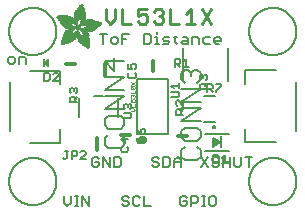
<source format=gbr>
G04 EAGLE Gerber RS-274X export*
G75*
%MOMM*%
%FSLAX34Y34*%
%LPD*%
%INSilkscreen Top*%
%IPPOS*%
%AMOC8*
5,1,8,0,0,1.08239X$1,22.5*%
G01*
%ADD10C,0.152400*%
%ADD11C,0.228600*%
%ADD12C,0.127000*%
%ADD13C,0.406400*%
%ADD14C,0.050800*%
%ADD15C,0.203200*%
%ADD16R,0.200000X1.000000*%
%ADD17C,0.304800*%
%ADD18R,0.050800X0.006300*%
%ADD19R,0.082600X0.006400*%
%ADD20R,0.120600X0.006300*%
%ADD21R,0.139700X0.006400*%
%ADD22R,0.158800X0.006300*%
%ADD23R,0.177800X0.006400*%
%ADD24R,0.196800X0.006300*%
%ADD25R,0.215900X0.006400*%
%ADD26R,0.228600X0.006300*%
%ADD27R,0.241300X0.006400*%
%ADD28R,0.254000X0.006300*%
%ADD29R,0.266700X0.006400*%
%ADD30R,0.279400X0.006300*%
%ADD31R,0.285700X0.006400*%
%ADD32R,0.298400X0.006300*%
%ADD33R,0.311200X0.006400*%
%ADD34R,0.317500X0.006300*%
%ADD35R,0.330200X0.006400*%
%ADD36R,0.336600X0.006300*%
%ADD37R,0.349200X0.006400*%
%ADD38R,0.361900X0.006300*%
%ADD39R,0.368300X0.006400*%
%ADD40R,0.381000X0.006300*%
%ADD41R,0.387300X0.006400*%
%ADD42R,0.393700X0.006300*%
%ADD43R,0.406400X0.006400*%
%ADD44R,0.412700X0.006300*%
%ADD45R,0.419100X0.006400*%
%ADD46R,0.431800X0.006300*%
%ADD47R,0.438100X0.006400*%
%ADD48R,0.450800X0.006300*%
%ADD49R,0.457200X0.006400*%
%ADD50R,0.463500X0.006300*%
%ADD51R,0.476200X0.006400*%
%ADD52R,0.482600X0.006300*%
%ADD53R,0.488900X0.006400*%
%ADD54R,0.501600X0.006300*%
%ADD55R,0.508000X0.006400*%
%ADD56R,0.514300X0.006300*%
%ADD57R,0.527000X0.006400*%
%ADD58R,0.533400X0.006300*%
%ADD59R,0.546100X0.006400*%
%ADD60R,0.552400X0.006300*%
%ADD61R,0.558800X0.006400*%
%ADD62R,0.571500X0.006300*%
%ADD63R,0.577800X0.006400*%
%ADD64R,0.584200X0.006300*%
%ADD65R,0.596900X0.006400*%
%ADD66R,0.603200X0.006300*%
%ADD67R,0.609600X0.006400*%
%ADD68R,0.622300X0.006300*%
%ADD69R,0.628600X0.006400*%
%ADD70R,0.641300X0.006300*%
%ADD71R,0.647700X0.006400*%
%ADD72R,0.063500X0.006300*%
%ADD73R,0.654000X0.006300*%
%ADD74R,0.101600X0.006400*%
%ADD75R,0.666700X0.006400*%
%ADD76R,0.139700X0.006300*%
%ADD77R,0.673100X0.006300*%
%ADD78R,0.165100X0.006400*%
%ADD79R,0.679400X0.006400*%
%ADD80R,0.196900X0.006300*%
%ADD81R,0.692100X0.006300*%
%ADD82R,0.222200X0.006400*%
%ADD83R,0.698500X0.006400*%
%ADD84R,0.247700X0.006300*%
%ADD85R,0.704800X0.006300*%
%ADD86R,0.279400X0.006400*%
%ADD87R,0.717500X0.006400*%
%ADD88R,0.298500X0.006300*%
%ADD89R,0.723900X0.006300*%
%ADD90R,0.736600X0.006400*%
%ADD91R,0.342900X0.006300*%
%ADD92R,0.742900X0.006300*%
%ADD93R,0.374700X0.006400*%
%ADD94R,0.749300X0.006400*%
%ADD95R,0.762000X0.006300*%
%ADD96R,0.412700X0.006400*%
%ADD97R,0.768300X0.006400*%
%ADD98R,0.438100X0.006300*%
%ADD99R,0.774700X0.006300*%
%ADD100R,0.463600X0.006400*%
%ADD101R,0.787400X0.006400*%
%ADD102R,0.793700X0.006300*%
%ADD103R,0.495300X0.006400*%
%ADD104R,0.800100X0.006400*%
%ADD105R,0.520700X0.006300*%
%ADD106R,0.812800X0.006300*%
%ADD107R,0.533400X0.006400*%
%ADD108R,0.819100X0.006400*%
%ADD109R,0.558800X0.006300*%
%ADD110R,0.825500X0.006300*%
%ADD111R,0.577900X0.006400*%
%ADD112R,0.831800X0.006400*%
%ADD113R,0.596900X0.006300*%
%ADD114R,0.844500X0.006300*%
%ADD115R,0.616000X0.006400*%
%ADD116R,0.850900X0.006400*%
%ADD117R,0.635000X0.006300*%
%ADD118R,0.857200X0.006300*%
%ADD119R,0.654100X0.006400*%
%ADD120R,0.863600X0.006400*%
%ADD121R,0.666700X0.006300*%
%ADD122R,0.869900X0.006300*%
%ADD123R,0.685800X0.006400*%
%ADD124R,0.876300X0.006400*%
%ADD125R,0.882600X0.006300*%
%ADD126R,0.723900X0.006400*%
%ADD127R,0.889000X0.006400*%
%ADD128R,0.895300X0.006300*%
%ADD129R,0.755700X0.006400*%
%ADD130R,0.901700X0.006400*%
%ADD131R,0.908000X0.006300*%
%ADD132R,0.793800X0.006400*%
%ADD133R,0.914400X0.006400*%
%ADD134R,0.806400X0.006300*%
%ADD135R,0.920700X0.006300*%
%ADD136R,0.825500X0.006400*%
%ADD137R,0.927100X0.006400*%
%ADD138R,0.933400X0.006300*%
%ADD139R,0.857300X0.006400*%
%ADD140R,0.939800X0.006400*%
%ADD141R,0.870000X0.006300*%
%ADD142R,0.939800X0.006300*%
%ADD143R,0.946100X0.006400*%
%ADD144R,0.952500X0.006300*%
%ADD145R,0.908000X0.006400*%
%ADD146R,0.958800X0.006400*%
%ADD147R,0.965200X0.006300*%
%ADD148R,0.965200X0.006400*%
%ADD149R,0.971500X0.006300*%
%ADD150R,0.952500X0.006400*%
%ADD151R,0.977900X0.006400*%
%ADD152R,0.958800X0.006300*%
%ADD153R,0.984200X0.006300*%
%ADD154R,0.971500X0.006400*%
%ADD155R,0.984200X0.006400*%
%ADD156R,0.990600X0.006300*%
%ADD157R,0.984300X0.006400*%
%ADD158R,0.996900X0.006400*%
%ADD159R,0.997000X0.006300*%
%ADD160R,0.996900X0.006300*%
%ADD161R,1.003300X0.006400*%
%ADD162R,1.016000X0.006300*%
%ADD163R,1.009600X0.006300*%
%ADD164R,1.016000X0.006400*%
%ADD165R,1.009600X0.006400*%
%ADD166R,1.022300X0.006300*%
%ADD167R,1.028700X0.006400*%
%ADD168R,1.035100X0.006300*%
%ADD169R,1.047800X0.006400*%
%ADD170R,1.054100X0.006300*%
%ADD171R,1.028700X0.006300*%
%ADD172R,1.054100X0.006400*%
%ADD173R,1.035000X0.006400*%
%ADD174R,1.060400X0.006300*%
%ADD175R,1.035000X0.006300*%
%ADD176R,1.060500X0.006400*%
%ADD177R,1.041400X0.006400*%
%ADD178R,1.066800X0.006300*%
%ADD179R,1.041400X0.006300*%
%ADD180R,1.079500X0.006400*%
%ADD181R,1.047700X0.006400*%
%ADD182R,1.085900X0.006300*%
%ADD183R,1.047700X0.006300*%
%ADD184R,1.085800X0.006400*%
%ADD185R,1.092200X0.006300*%
%ADD186R,1.085900X0.006400*%
%ADD187R,1.098600X0.006300*%
%ADD188R,1.098600X0.006400*%
%ADD189R,1.060400X0.006400*%
%ADD190R,1.104900X0.006300*%
%ADD191R,1.104900X0.006400*%
%ADD192R,1.066800X0.006400*%
%ADD193R,1.111200X0.006300*%
%ADD194R,1.117600X0.006400*%
%ADD195R,1.117600X0.006300*%
%ADD196R,1.073100X0.006300*%
%ADD197R,1.073100X0.006400*%
%ADD198R,1.124000X0.006300*%
%ADD199R,1.079500X0.006300*%
%ADD200R,1.123900X0.006400*%
%ADD201R,1.130300X0.006300*%
%ADD202R,1.130300X0.006400*%
%ADD203R,1.136700X0.006400*%
%ADD204R,1.136700X0.006300*%
%ADD205R,1.085800X0.006300*%
%ADD206R,1.136600X0.006400*%
%ADD207R,1.136600X0.006300*%
%ADD208R,1.143000X0.006400*%
%ADD209R,1.143000X0.006300*%
%ADD210R,1.149400X0.006300*%
%ADD211R,1.149300X0.006300*%
%ADD212R,1.149300X0.006400*%
%ADD213R,1.149400X0.006400*%
%ADD214R,1.155700X0.006400*%
%ADD215R,1.155700X0.006300*%
%ADD216R,1.060500X0.006300*%
%ADD217R,2.197100X0.006400*%
%ADD218R,2.197100X0.006300*%
%ADD219R,2.184400X0.006300*%
%ADD220R,2.184400X0.006400*%
%ADD221R,2.171700X0.006400*%
%ADD222R,2.171700X0.006300*%
%ADD223R,1.530300X0.006400*%
%ADD224R,1.505000X0.006300*%
%ADD225R,1.492300X0.006400*%
%ADD226R,1.485900X0.006300*%
%ADD227R,0.565200X0.006300*%
%ADD228R,1.473200X0.006400*%
%ADD229R,0.565200X0.006400*%
%ADD230R,1.460500X0.006300*%
%ADD231R,1.454100X0.006400*%
%ADD232R,0.552400X0.006400*%
%ADD233R,1.441500X0.006300*%
%ADD234R,0.546100X0.006300*%
%ADD235R,1.435100X0.006400*%
%ADD236R,0.539800X0.006400*%
%ADD237R,1.428800X0.006300*%
%ADD238R,1.422400X0.006400*%
%ADD239R,1.409700X0.006300*%
%ADD240R,0.527100X0.006300*%
%ADD241R,1.403300X0.006400*%
%ADD242R,0.527100X0.006400*%
%ADD243R,1.390700X0.006300*%
%ADD244R,1.384300X0.006400*%
%ADD245R,0.520700X0.006400*%
%ADD246R,1.384300X0.006300*%
%ADD247R,0.514400X0.006300*%
%ADD248R,1.371600X0.006400*%
%ADD249R,1.365200X0.006300*%
%ADD250R,0.508000X0.006300*%
%ADD251R,1.352600X0.006400*%
%ADD252R,0.501700X0.006400*%
%ADD253R,0.711200X0.006300*%
%ADD254R,0.603300X0.006300*%
%ADD255R,0.501700X0.006300*%
%ADD256R,0.692100X0.006400*%
%ADD257R,0.571500X0.006400*%
%ADD258R,0.679400X0.006300*%
%ADD259R,0.495300X0.006300*%
%ADD260R,0.673100X0.006400*%
%ADD261R,0.666800X0.006300*%
%ADD262R,0.488900X0.006300*%
%ADD263R,0.660400X0.006400*%
%ADD264R,0.482600X0.006400*%
%ADD265R,0.476200X0.006300*%
%ADD266R,0.654000X0.006400*%
%ADD267R,0.469900X0.006400*%
%ADD268R,0.476300X0.006400*%
%ADD269R,0.647700X0.006300*%
%ADD270R,0.457200X0.006300*%
%ADD271R,0.469900X0.006300*%
%ADD272R,0.641300X0.006400*%
%ADD273R,0.444500X0.006400*%
%ADD274R,0.463600X0.006300*%
%ADD275R,0.635000X0.006400*%
%ADD276R,0.463500X0.006400*%
%ADD277R,0.393700X0.006400*%
%ADD278R,0.450800X0.006400*%
%ADD279R,0.628600X0.006300*%
%ADD280R,0.387400X0.006300*%
%ADD281R,0.450900X0.006300*%
%ADD282R,0.628700X0.006400*%
%ADD283R,0.374600X0.006400*%
%ADD284R,0.368300X0.006300*%
%ADD285R,0.438200X0.006300*%
%ADD286R,0.622300X0.006400*%
%ADD287R,0.355600X0.006400*%
%ADD288R,0.431800X0.006400*%
%ADD289R,0.349300X0.006300*%
%ADD290R,0.425400X0.006300*%
%ADD291R,0.615900X0.006300*%
%ADD292R,0.330200X0.006300*%
%ADD293R,0.419100X0.006300*%
%ADD294R,0.616000X0.006300*%
%ADD295R,0.311200X0.006300*%
%ADD296R,0.406400X0.006300*%
%ADD297R,0.615900X0.006400*%
%ADD298R,0.304800X0.006400*%
%ADD299R,0.158800X0.006400*%
%ADD300R,0.609600X0.006300*%
%ADD301R,0.292100X0.006300*%
%ADD302R,0.235000X0.006300*%
%ADD303R,0.387400X0.006400*%
%ADD304R,0.292100X0.006400*%
%ADD305R,0.336500X0.006300*%
%ADD306R,0.260400X0.006300*%
%ADD307R,0.603300X0.006400*%
%ADD308R,0.260400X0.006400*%
%ADD309R,0.362000X0.006400*%
%ADD310R,0.450900X0.006400*%
%ADD311R,0.355600X0.006300*%
%ADD312R,0.342900X0.006400*%
%ADD313R,0.514300X0.006400*%
%ADD314R,0.234900X0.006300*%
%ADD315R,0.539700X0.006300*%
%ADD316R,0.603200X0.006400*%
%ADD317R,0.234900X0.006400*%
%ADD318R,0.920700X0.006400*%
%ADD319R,0.958900X0.006400*%
%ADD320R,0.215900X0.006300*%
%ADD321R,0.209600X0.006400*%
%ADD322R,0.203200X0.006300*%
%ADD323R,1.003300X0.006300*%
%ADD324R,0.203200X0.006400*%
%ADD325R,0.196900X0.006400*%
%ADD326R,0.190500X0.006300*%
%ADD327R,0.190500X0.006400*%
%ADD328R,0.184200X0.006300*%
%ADD329R,0.590500X0.006400*%
%ADD330R,0.184200X0.006400*%
%ADD331R,0.590500X0.006300*%
%ADD332R,0.177800X0.006300*%
%ADD333R,0.584200X0.006400*%
%ADD334R,1.168400X0.006400*%
%ADD335R,0.171500X0.006300*%
%ADD336R,1.187500X0.006300*%
%ADD337R,1.200100X0.006400*%
%ADD338R,0.577800X0.006300*%
%ADD339R,1.212900X0.006300*%
%ADD340R,1.231900X0.006400*%
%ADD341R,1.250900X0.006300*%
%ADD342R,0.565100X0.006400*%
%ADD343R,0.184100X0.006400*%
%ADD344R,1.263700X0.006400*%
%ADD345R,0.565100X0.006300*%
%ADD346R,1.289100X0.006300*%
%ADD347R,1.314400X0.006400*%
%ADD348R,0.552500X0.006300*%
%ADD349R,1.568500X0.006300*%
%ADD350R,0.552500X0.006400*%
%ADD351R,1.581200X0.006400*%
%ADD352R,1.593800X0.006300*%
%ADD353R,1.606500X0.006400*%
%ADD354R,1.619300X0.006300*%
%ADD355R,0.514400X0.006400*%
%ADD356R,1.638300X0.006400*%
%ADD357R,1.657300X0.006300*%
%ADD358R,2.209800X0.006400*%
%ADD359R,2.425700X0.006300*%
%ADD360R,2.470100X0.006400*%
%ADD361R,2.501900X0.006300*%
%ADD362R,2.533700X0.006400*%
%ADD363R,2.559000X0.006300*%
%ADD364R,2.584500X0.006400*%
%ADD365R,2.609900X0.006300*%
%ADD366R,2.628900X0.006400*%
%ADD367R,2.660600X0.006300*%
%ADD368R,2.673400X0.006400*%
%ADD369R,1.422400X0.006300*%
%ADD370R,1.200200X0.006300*%
%ADD371R,1.365300X0.006300*%
%ADD372R,1.365300X0.006400*%
%ADD373R,1.352500X0.006300*%
%ADD374R,1.098500X0.006300*%
%ADD375R,1.358900X0.006400*%
%ADD376R,1.352600X0.006300*%
%ADD377R,1.358900X0.006300*%
%ADD378R,1.371600X0.006300*%
%ADD379R,1.377900X0.006400*%
%ADD380R,1.397000X0.006400*%
%ADD381R,1.403300X0.006300*%
%ADD382R,0.914400X0.006300*%
%ADD383R,0.876300X0.006300*%
%ADD384R,0.374600X0.006300*%
%ADD385R,1.073200X0.006400*%
%ADD386R,0.374700X0.006300*%
%ADD387R,0.844600X0.006400*%
%ADD388R,0.844600X0.006300*%
%ADD389R,0.831900X0.006400*%
%ADD390R,1.092200X0.006400*%
%ADD391R,0.400000X0.006300*%
%ADD392R,0.819200X0.006400*%
%ADD393R,1.111300X0.006400*%
%ADD394R,0.812800X0.006400*%
%ADD395R,0.800100X0.006300*%
%ADD396R,0.476300X0.006300*%
%ADD397R,1.181100X0.006300*%
%ADD398R,0.501600X0.006400*%
%ADD399R,1.193800X0.006400*%
%ADD400R,0.781000X0.006400*%
%ADD401R,1.238200X0.006400*%
%ADD402R,0.781100X0.006300*%
%ADD403R,1.257300X0.006300*%
%ADD404R,1.295400X0.006400*%
%ADD405R,1.333500X0.006300*%
%ADD406R,0.774700X0.006400*%
%ADD407R,1.866900X0.006400*%
%ADD408R,0.209600X0.006300*%
%ADD409R,1.866900X0.006300*%
%ADD410R,0.768400X0.006400*%
%ADD411R,0.209500X0.006400*%
%ADD412R,1.860600X0.006400*%
%ADD413R,0.762000X0.006400*%
%ADD414R,0.768400X0.006300*%
%ADD415R,1.860600X0.006300*%
%ADD416R,1.860500X0.006400*%
%ADD417R,0.222300X0.006300*%
%ADD418R,1.854200X0.006300*%
%ADD419R,0.235000X0.006400*%
%ADD420R,1.854200X0.006400*%
%ADD421R,0.768300X0.006300*%
%ADD422R,0.260300X0.006400*%
%ADD423R,1.847800X0.006400*%
%ADD424R,0.266700X0.006300*%
%ADD425R,1.847800X0.006300*%
%ADD426R,0.273100X0.006400*%
%ADD427R,1.841500X0.006400*%
%ADD428R,0.285800X0.006300*%
%ADD429R,1.841500X0.006300*%
%ADD430R,0.298500X0.006400*%
%ADD431R,1.835100X0.006400*%
%ADD432R,0.781000X0.006300*%
%ADD433R,0.304800X0.006300*%
%ADD434R,1.835100X0.006300*%
%ADD435R,0.317500X0.006400*%
%ADD436R,1.828800X0.006400*%
%ADD437R,0.787400X0.006300*%
%ADD438R,0.323800X0.006300*%
%ADD439R,1.828800X0.006300*%
%ADD440R,0.793700X0.006400*%
%ADD441R,1.822400X0.006400*%
%ADD442R,0.806500X0.006300*%
%ADD443R,1.822400X0.006300*%
%ADD444R,1.816100X0.006400*%
%ADD445R,0.819100X0.006300*%
%ADD446R,0.387300X0.006300*%
%ADD447R,1.816100X0.006300*%
%ADD448R,1.809800X0.006400*%
%ADD449R,1.803400X0.006300*%
%ADD450R,1.797000X0.006400*%
%ADD451R,0.901700X0.006300*%
%ADD452R,1.797000X0.006300*%
%ADD453R,1.441400X0.006400*%
%ADD454R,1.790700X0.006400*%
%ADD455R,1.447800X0.006300*%
%ADD456R,1.784300X0.006300*%
%ADD457R,1.447800X0.006400*%
%ADD458R,1.784300X0.006400*%
%ADD459R,1.454100X0.006300*%
%ADD460R,1.771700X0.006300*%
%ADD461R,1.460500X0.006400*%
%ADD462R,1.759000X0.006400*%
%ADD463R,1.466800X0.006300*%
%ADD464R,1.752600X0.006300*%
%ADD465R,1.466800X0.006400*%
%ADD466R,1.739900X0.006400*%
%ADD467R,1.473200X0.006300*%
%ADD468R,1.727200X0.006300*%
%ADD469R,1.479500X0.006400*%
%ADD470R,1.714500X0.006400*%
%ADD471R,1.695400X0.006300*%
%ADD472R,1.485900X0.006400*%
%ADD473R,1.682700X0.006400*%
%ADD474R,1.492200X0.006300*%
%ADD475R,1.663700X0.006300*%
%ADD476R,1.498600X0.006400*%
%ADD477R,1.644600X0.006400*%
%ADD478R,1.498600X0.006300*%
%ADD479R,1.619200X0.006300*%
%ADD480R,1.511300X0.006400*%
%ADD481R,1.600200X0.006400*%
%ADD482R,1.517700X0.006300*%
%ADD483R,1.574800X0.006300*%
%ADD484R,1.524000X0.006400*%
%ADD485R,1.555800X0.006400*%
%ADD486R,1.524000X0.006300*%
%ADD487R,1.536700X0.006300*%
%ADD488R,1.530400X0.006400*%
%ADD489R,1.517700X0.006400*%
%ADD490R,1.492300X0.006300*%
%ADD491R,1.549400X0.006400*%
%ADD492R,1.479600X0.006400*%
%ADD493R,1.549400X0.006300*%
%ADD494R,1.555700X0.006400*%
%ADD495R,1.562100X0.006300*%
%ADD496R,0.323900X0.006300*%
%ADD497R,1.568400X0.006400*%
%ADD498R,0.336600X0.006400*%
%ADD499R,1.587500X0.006300*%
%ADD500R,0.971600X0.006300*%
%ADD501R,0.349300X0.006400*%
%ADD502R,1.600200X0.006300*%
%ADD503R,0.920800X0.006300*%
%ADD504R,0.882700X0.006400*%
%ADD505R,1.612900X0.006300*%
%ADD506R,0.362000X0.006300*%
%ADD507R,1.625600X0.006400*%
%ADD508R,1.625600X0.006300*%
%ADD509R,1.644600X0.006300*%
%ADD510R,0.736600X0.006300*%
%ADD511R,0.717600X0.006400*%
%ADD512R,1.657400X0.006300*%
%ADD513R,0.679500X0.006300*%
%ADD514R,1.663700X0.006400*%
%ADD515R,0.400000X0.006400*%
%ADD516R,1.676400X0.006300*%
%ADD517R,1.676400X0.006400*%
%ADD518R,0.425500X0.006400*%
%ADD519R,1.352500X0.006400*%
%ADD520R,0.444500X0.006300*%
%ADD521R,0.361900X0.006400*%
%ADD522R,0.088900X0.006300*%
%ADD523R,1.009700X0.006300*%
%ADD524R,1.009700X0.006400*%
%ADD525R,1.022300X0.006400*%
%ADD526R,1.346200X0.006400*%
%ADD527R,1.346200X0.006300*%
%ADD528R,1.339900X0.006400*%
%ADD529R,1.035100X0.006400*%
%ADD530R,1.339800X0.006300*%
%ADD531R,1.333500X0.006400*%
%ADD532R,1.327200X0.006400*%
%ADD533R,1.320800X0.006300*%
%ADD534R,1.314500X0.006400*%
%ADD535R,1.314400X0.006300*%
%ADD536R,1.301700X0.006400*%
%ADD537R,1.295400X0.006300*%
%ADD538R,1.289000X0.006400*%
%ADD539R,1.276300X0.006300*%
%ADD540R,1.251000X0.006300*%
%ADD541R,1.244600X0.006400*%
%ADD542R,1.231900X0.006300*%
%ADD543R,1.212800X0.006400*%
%ADD544R,1.200100X0.006300*%
%ADD545R,1.187400X0.006400*%
%ADD546R,1.168400X0.006300*%
%ADD547R,1.047800X0.006300*%
%ADD548R,0.977900X0.006300*%
%ADD549R,0.946200X0.006400*%
%ADD550R,0.933400X0.006400*%
%ADD551R,0.895300X0.006400*%
%ADD552R,0.882700X0.006300*%
%ADD553R,0.863600X0.006300*%
%ADD554R,0.857200X0.006400*%
%ADD555R,0.850900X0.006300*%
%ADD556R,0.838200X0.006300*%
%ADD557R,0.806500X0.006400*%
%ADD558R,0.717600X0.006300*%
%ADD559R,0.711200X0.006400*%
%ADD560R,0.641400X0.006400*%
%ADD561R,0.641400X0.006300*%
%ADD562R,0.628700X0.006300*%
%ADD563R,0.590600X0.006300*%
%ADD564R,0.539700X0.006400*%
%ADD565R,0.285700X0.006300*%
%ADD566R,0.222200X0.006300*%
%ADD567R,0.171400X0.006300*%
%ADD568R,0.152400X0.006400*%
%ADD569R,0.133400X0.006300*%
%ADD570R,0.127000X0.762000*%

G36*
X179655Y55413D02*
X179655Y55413D01*
X179726Y55411D01*
X179796Y55430D01*
X179867Y55438D01*
X179922Y55463D01*
X180001Y55483D01*
X180104Y55544D01*
X180173Y55575D01*
X183173Y57575D01*
X183260Y57652D01*
X183350Y57725D01*
X183365Y57747D01*
X183385Y57765D01*
X183447Y57862D01*
X183514Y57957D01*
X183522Y57983D01*
X183537Y58005D01*
X183569Y58116D01*
X183607Y58226D01*
X183608Y58253D01*
X183615Y58278D01*
X183615Y58394D01*
X183621Y58510D01*
X183615Y58536D01*
X183615Y58563D01*
X183583Y58674D01*
X183557Y58787D01*
X183544Y58810D01*
X183536Y58836D01*
X183474Y58934D01*
X183418Y59035D01*
X183400Y59051D01*
X183385Y59076D01*
X183177Y59261D01*
X183173Y59265D01*
X180173Y61265D01*
X180109Y61296D01*
X180049Y61336D01*
X179981Y61357D01*
X179917Y61388D01*
X179846Y61400D01*
X179778Y61421D01*
X179707Y61423D01*
X179637Y61435D01*
X179565Y61427D01*
X179494Y61429D01*
X179425Y61411D01*
X179354Y61402D01*
X179288Y61375D01*
X179219Y61357D01*
X179158Y61320D01*
X179092Y61293D01*
X179036Y61248D01*
X178974Y61212D01*
X178925Y61160D01*
X178870Y61115D01*
X178829Y61057D01*
X178780Y61004D01*
X178747Y60941D01*
X178706Y60883D01*
X178683Y60815D01*
X178650Y60751D01*
X178640Y60692D01*
X178613Y60614D01*
X178607Y60495D01*
X178595Y60420D01*
X178595Y56420D01*
X178605Y56349D01*
X178605Y56277D01*
X178625Y56209D01*
X178635Y56139D01*
X178664Y56073D01*
X178684Y56004D01*
X178722Y55944D01*
X178751Y55879D01*
X178797Y55824D01*
X178835Y55764D01*
X178889Y55716D01*
X178935Y55662D01*
X178994Y55622D01*
X179048Y55575D01*
X179112Y55544D01*
X179171Y55505D01*
X179240Y55483D01*
X179304Y55452D01*
X179374Y55440D01*
X179442Y55419D01*
X179514Y55417D01*
X179585Y55405D01*
X179655Y55413D01*
G37*
G36*
X38618Y122433D02*
X38618Y122433D01*
X38647Y122430D01*
X38739Y122450D01*
X38832Y122463D01*
X38859Y122476D01*
X38888Y122482D01*
X38968Y122530D01*
X39052Y122572D01*
X39073Y122593D01*
X39099Y122608D01*
X39160Y122680D01*
X39226Y122746D01*
X39239Y122772D01*
X39259Y122795D01*
X39294Y122882D01*
X39336Y122966D01*
X39340Y122996D01*
X39351Y123023D01*
X39369Y123190D01*
X39369Y128270D01*
X39364Y128299D01*
X39367Y128329D01*
X39345Y128420D01*
X39330Y128513D01*
X39316Y128539D01*
X39309Y128568D01*
X39258Y128647D01*
X39214Y128730D01*
X39193Y128751D01*
X39177Y128776D01*
X39104Y128835D01*
X39036Y128900D01*
X39009Y128912D01*
X38986Y128931D01*
X38898Y128964D01*
X38813Y129003D01*
X38783Y129006D01*
X38756Y129017D01*
X38662Y129020D01*
X38569Y129030D01*
X38539Y129024D01*
X38510Y129025D01*
X38420Y128998D01*
X38328Y128978D01*
X38303Y128963D01*
X38274Y128954D01*
X38132Y128864D01*
X34957Y126324D01*
X34888Y126247D01*
X34815Y126174D01*
X34806Y126157D01*
X34793Y126142D01*
X34751Y126046D01*
X34705Y125954D01*
X34703Y125934D01*
X34695Y125916D01*
X34686Y125813D01*
X34672Y125710D01*
X34676Y125691D01*
X34674Y125671D01*
X34699Y125570D01*
X34718Y125468D01*
X34728Y125451D01*
X34732Y125432D01*
X34788Y125345D01*
X34839Y125254D01*
X34856Y125237D01*
X34864Y125224D01*
X34889Y125204D01*
X34957Y125136D01*
X38132Y122596D01*
X38158Y122581D01*
X38180Y122561D01*
X38265Y122521D01*
X38347Y122475D01*
X38376Y122469D01*
X38403Y122457D01*
X38496Y122447D01*
X38588Y122429D01*
X38618Y122433D01*
G37*
D10*
X51788Y13215D02*
X51788Y7453D01*
X54670Y4572D01*
X57551Y7453D01*
X57551Y13215D01*
X61144Y4572D02*
X64025Y4572D01*
X62584Y4572D02*
X62584Y13215D01*
X61144Y13215D02*
X64025Y13215D01*
X67380Y13215D02*
X67380Y4572D01*
X73143Y4572D02*
X67380Y13215D01*
X73143Y13215D02*
X73143Y4572D01*
X81391Y44795D02*
X79951Y46235D01*
X77070Y46235D01*
X75629Y44795D01*
X75629Y39033D01*
X77070Y37592D01*
X79951Y37592D01*
X81391Y39033D01*
X81391Y41914D01*
X78510Y41914D01*
X84984Y46235D02*
X84984Y37592D01*
X90747Y37592D02*
X84984Y46235D01*
X90747Y46235D02*
X90747Y37592D01*
X94340Y37592D02*
X94340Y46235D01*
X94340Y37592D02*
X98661Y37592D01*
X100102Y39033D01*
X100102Y44795D01*
X98661Y46235D01*
X94340Y46235D01*
X105351Y13215D02*
X106791Y11775D01*
X105351Y13215D02*
X102470Y13215D01*
X101029Y11775D01*
X101029Y10334D01*
X102470Y8894D01*
X105351Y8894D01*
X106791Y7453D01*
X106791Y6013D01*
X105351Y4572D01*
X102470Y4572D01*
X101029Y6013D01*
X114706Y13215D02*
X116147Y11775D01*
X114706Y13215D02*
X111825Y13215D01*
X110384Y11775D01*
X110384Y6013D01*
X111825Y4572D01*
X114706Y4572D01*
X116147Y6013D01*
X119740Y4572D02*
X119740Y13215D01*
X119740Y4572D02*
X125502Y4572D01*
X132191Y44795D02*
X130751Y46235D01*
X127870Y46235D01*
X126429Y44795D01*
X126429Y43354D01*
X127870Y41914D01*
X130751Y41914D01*
X132191Y40473D01*
X132191Y39033D01*
X130751Y37592D01*
X127870Y37592D01*
X126429Y39033D01*
X135784Y37592D02*
X135784Y46235D01*
X135784Y37592D02*
X140106Y37592D01*
X141547Y39033D01*
X141547Y44795D01*
X140106Y46235D01*
X135784Y46235D01*
X145140Y43354D02*
X145140Y37592D01*
X145140Y43354D02*
X148021Y46235D01*
X150902Y43354D01*
X150902Y37592D01*
X150902Y41914D02*
X145140Y41914D01*
X154303Y13215D02*
X155743Y11775D01*
X154303Y13215D02*
X151421Y13215D01*
X149981Y11775D01*
X149981Y6013D01*
X151421Y4572D01*
X154303Y4572D01*
X155743Y6013D01*
X155743Y8894D01*
X152862Y8894D01*
X159336Y13215D02*
X159336Y4572D01*
X159336Y13215D02*
X163658Y13215D01*
X165098Y11775D01*
X165098Y8894D01*
X163658Y7453D01*
X159336Y7453D01*
X168691Y4572D02*
X171572Y4572D01*
X170132Y4572D02*
X170132Y13215D01*
X171572Y13215D02*
X168691Y13215D01*
X176369Y13215D02*
X179250Y13215D01*
X176369Y13215D02*
X174928Y11775D01*
X174928Y6013D01*
X176369Y4572D01*
X179250Y4572D01*
X180690Y6013D01*
X180690Y11775D01*
X179250Y13215D01*
X173636Y37592D02*
X167874Y46235D01*
X173636Y46235D02*
X167874Y37592D01*
X181551Y46235D02*
X182991Y44795D01*
X181551Y46235D02*
X178670Y46235D01*
X177229Y44795D01*
X177229Y43354D01*
X178670Y41914D01*
X181551Y41914D01*
X182991Y40473D01*
X182991Y39033D01*
X181551Y37592D01*
X178670Y37592D01*
X177229Y39033D01*
X186584Y37592D02*
X186584Y46235D01*
X186584Y41914D02*
X192347Y41914D01*
X192347Y46235D02*
X192347Y37592D01*
X195940Y39033D02*
X195940Y46235D01*
X195940Y39033D02*
X197380Y37592D01*
X200261Y37592D01*
X201702Y39033D01*
X201702Y46235D01*
X208176Y46235D02*
X208176Y37592D01*
X205295Y46235D02*
X211057Y46235D01*
D11*
X87015Y163029D02*
X87015Y171334D01*
X87015Y163029D02*
X91168Y158877D01*
X95320Y163029D01*
X95320Y171334D01*
X100580Y171334D02*
X100580Y158877D01*
X108885Y158877D01*
X114145Y171334D02*
X122450Y171334D01*
X114145Y171334D02*
X114145Y165105D01*
X118298Y167181D01*
X120374Y167181D01*
X122450Y165105D01*
X122450Y160953D01*
X120374Y158877D01*
X116222Y158877D01*
X114145Y160953D01*
X127711Y169258D02*
X129787Y171334D01*
X133939Y171334D01*
X136015Y169258D01*
X136015Y167181D01*
X133939Y165105D01*
X131863Y165105D01*
X133939Y165105D02*
X136015Y163029D01*
X136015Y160953D01*
X133939Y158877D01*
X129787Y158877D01*
X127711Y160953D01*
X141276Y158877D02*
X141276Y171334D01*
X141276Y158877D02*
X149580Y158877D01*
X154841Y167181D02*
X158993Y171334D01*
X158993Y158877D01*
X154841Y158877D02*
X163145Y158877D01*
X168406Y171334D02*
X176710Y158877D01*
X168406Y158877D02*
X176710Y171334D01*
D10*
X85250Y150375D02*
X85250Y141732D01*
X82369Y150375D02*
X88132Y150375D01*
X93165Y141732D02*
X96046Y141732D01*
X97487Y143173D01*
X97487Y146054D01*
X96046Y147494D01*
X93165Y147494D01*
X91724Y146054D01*
X91724Y143173D01*
X93165Y141732D01*
X101080Y141732D02*
X101080Y150375D01*
X106842Y150375D01*
X103961Y146054D02*
X101080Y146054D01*
X119790Y150375D02*
X119790Y141732D01*
X124112Y141732D01*
X125552Y143173D01*
X125552Y148935D01*
X124112Y150375D01*
X119790Y150375D01*
X129145Y147494D02*
X130586Y147494D01*
X130586Y141732D01*
X132026Y141732D02*
X129145Y141732D01*
X130586Y150375D02*
X130586Y151816D01*
X135382Y141732D02*
X139704Y141732D01*
X141144Y143173D01*
X139704Y144613D01*
X136823Y144613D01*
X135382Y146054D01*
X136823Y147494D01*
X141144Y147494D01*
X146178Y148935D02*
X146178Y143173D01*
X147618Y141732D01*
X147618Y147494D02*
X144737Y147494D01*
X152415Y147494D02*
X155296Y147494D01*
X156736Y146054D01*
X156736Y141732D01*
X152415Y141732D01*
X150974Y143173D01*
X152415Y144613D01*
X156736Y144613D01*
X160329Y141732D02*
X160329Y147494D01*
X164651Y147494D01*
X166091Y146054D01*
X166091Y141732D01*
X171125Y147494D02*
X175447Y147494D01*
X171125Y147494D02*
X169684Y146054D01*
X169684Y143173D01*
X171125Y141732D01*
X175447Y141732D01*
X180480Y141732D02*
X183361Y141732D01*
X180480Y141732D02*
X179040Y143173D01*
X179040Y146054D01*
X180480Y147494D01*
X183361Y147494D01*
X184802Y146054D01*
X184802Y144613D01*
X179040Y144613D01*
D12*
X8894Y125095D02*
X5928Y125095D01*
X8894Y125095D02*
X10377Y126578D01*
X10377Y129544D01*
X8894Y131027D01*
X5928Y131027D01*
X4445Y129544D01*
X4445Y126578D01*
X5928Y125095D01*
X13800Y125095D02*
X13800Y131027D01*
X18249Y131027D01*
X19732Y129544D01*
X19732Y125095D01*
D13*
X116586Y60900D02*
X116588Y60975D01*
X116594Y61049D01*
X116604Y61123D01*
X116617Y61196D01*
X116635Y61269D01*
X116656Y61340D01*
X116681Y61411D01*
X116710Y61480D01*
X116743Y61547D01*
X116779Y61612D01*
X116818Y61676D01*
X116860Y61737D01*
X116906Y61796D01*
X116955Y61853D01*
X117007Y61906D01*
X117061Y61957D01*
X117118Y62006D01*
X117178Y62050D01*
X117240Y62092D01*
X117304Y62131D01*
X117370Y62166D01*
X117437Y62197D01*
X117507Y62225D01*
X117577Y62249D01*
X117649Y62270D01*
X117722Y62286D01*
X117795Y62299D01*
X117870Y62308D01*
X117944Y62313D01*
X118019Y62314D01*
X118093Y62311D01*
X118168Y62304D01*
X118241Y62293D01*
X118315Y62279D01*
X118387Y62260D01*
X118458Y62238D01*
X118528Y62212D01*
X118597Y62182D01*
X118663Y62149D01*
X118728Y62112D01*
X118791Y62072D01*
X118852Y62028D01*
X118910Y61982D01*
X118966Y61932D01*
X119019Y61880D01*
X119070Y61825D01*
X119117Y61767D01*
X119161Y61707D01*
X119202Y61644D01*
X119240Y61580D01*
X119274Y61514D01*
X119305Y61445D01*
X119332Y61376D01*
X119355Y61305D01*
X119374Y61233D01*
X119390Y61160D01*
X119402Y61086D01*
X119410Y61012D01*
X119414Y60937D01*
X119414Y60863D01*
X119410Y60788D01*
X119402Y60714D01*
X119390Y60640D01*
X119374Y60567D01*
X119355Y60495D01*
X119332Y60424D01*
X119305Y60355D01*
X119274Y60286D01*
X119240Y60220D01*
X119202Y60156D01*
X119161Y60093D01*
X119117Y60033D01*
X119070Y59975D01*
X119019Y59920D01*
X118966Y59868D01*
X118910Y59818D01*
X118852Y59772D01*
X118791Y59728D01*
X118728Y59688D01*
X118663Y59651D01*
X118597Y59618D01*
X118528Y59588D01*
X118458Y59562D01*
X118387Y59540D01*
X118315Y59521D01*
X118241Y59507D01*
X118168Y59496D01*
X118093Y59489D01*
X118019Y59486D01*
X117944Y59487D01*
X117870Y59492D01*
X117795Y59501D01*
X117722Y59514D01*
X117649Y59530D01*
X117577Y59551D01*
X117507Y59575D01*
X117437Y59603D01*
X117370Y59634D01*
X117304Y59669D01*
X117240Y59708D01*
X117178Y59750D01*
X117118Y59794D01*
X117061Y59843D01*
X117007Y59894D01*
X116955Y59947D01*
X116906Y60004D01*
X116860Y60063D01*
X116818Y60124D01*
X116779Y60188D01*
X116743Y60253D01*
X116710Y60320D01*
X116681Y60389D01*
X116656Y60460D01*
X116635Y60531D01*
X116617Y60604D01*
X116604Y60677D01*
X116594Y60751D01*
X116588Y60825D01*
X116586Y60900D01*
D12*
X140000Y65900D02*
X140000Y111900D01*
X140000Y65900D02*
X114000Y65900D01*
X114000Y111900D01*
X140000Y111900D01*
D10*
X142756Y96694D02*
X148264Y96694D01*
X149366Y97795D01*
X149366Y99999D01*
X148264Y101100D01*
X142756Y101100D01*
X144960Y104178D02*
X142756Y106381D01*
X149366Y106381D01*
X149366Y104178D02*
X149366Y108584D01*
D14*
X110624Y84959D02*
X108251Y84959D01*
X110624Y84959D02*
X111810Y86146D01*
X110624Y87332D01*
X108251Y87332D01*
X108251Y88702D02*
X111810Y88702D01*
X111810Y91074D01*
X108251Y92444D02*
X108251Y94816D01*
X108251Y92444D02*
X110031Y92444D01*
X109437Y93630D01*
X109437Y94223D01*
X110031Y94816D01*
X111217Y94816D01*
X111810Y94223D01*
X111810Y93037D01*
X111217Y92444D01*
X108844Y96186D02*
X108251Y96779D01*
X108251Y97965D01*
X108844Y98558D01*
X109437Y98558D01*
X110031Y97965D01*
X110031Y97372D01*
X110031Y97965D02*
X110624Y98558D01*
X111217Y98558D01*
X111810Y97965D01*
X111810Y96779D01*
X111217Y96186D01*
X111810Y99928D02*
X108251Y99928D01*
X111810Y99928D02*
X111810Y102300D01*
X111217Y103670D02*
X108844Y103670D01*
X108251Y104263D01*
X108251Y105449D01*
X108844Y106042D01*
X111217Y106042D01*
X111810Y105449D01*
X111810Y104263D01*
X111217Y103670D01*
X108844Y106042D01*
X108251Y107412D02*
X111810Y109785D01*
X111810Y107412D02*
X108251Y109785D01*
D15*
X171610Y51420D02*
X191610Y51420D01*
X191610Y65420D02*
X171610Y65420D01*
X178110Y54420D02*
X184110Y58420D01*
X178110Y54420D02*
X178110Y62420D01*
X184110Y58420D01*
D16*
X185110Y58420D03*
D10*
X178404Y47664D02*
X178404Y41054D01*
X181709Y41054D01*
X182810Y42156D01*
X182810Y46562D01*
X181709Y47664D01*
X178404Y47664D01*
X185888Y45460D02*
X188091Y47664D01*
X188091Y41054D01*
X185888Y41054D02*
X190294Y41054D01*
D17*
X80010Y52070D02*
X80010Y62230D01*
D10*
X99816Y53869D02*
X100918Y54970D01*
X99816Y53869D02*
X99816Y51665D01*
X100918Y50564D01*
X105324Y50564D01*
X106426Y51665D01*
X106426Y53869D01*
X105324Y54970D01*
X106426Y61353D02*
X99816Y61353D01*
X103121Y58048D01*
X103121Y62454D01*
D15*
X64780Y79630D02*
X64780Y95630D01*
X97780Y95630D02*
X97780Y79630D01*
X85280Y98130D02*
X77280Y98130D01*
D10*
X102356Y79044D02*
X107864Y79044D01*
X108966Y80145D01*
X108966Y82349D01*
X107864Y83450D01*
X102356Y83450D01*
X103458Y86528D02*
X102356Y87629D01*
X102356Y89833D01*
X103458Y90934D01*
X104560Y90934D01*
X105661Y89833D01*
X105661Y88731D01*
X105661Y89833D02*
X106763Y90934D01*
X107864Y90934D01*
X108966Y89833D01*
X108966Y87629D01*
X107864Y86528D01*
D17*
X86360Y114300D02*
X86360Y124460D01*
D10*
X106166Y116099D02*
X107268Y117200D01*
X106166Y116099D02*
X106166Y113895D01*
X107268Y112794D01*
X111674Y112794D01*
X112776Y113895D01*
X112776Y116099D01*
X111674Y117200D01*
X106166Y120278D02*
X106166Y124684D01*
X106166Y120278D02*
X109471Y120278D01*
X108370Y122481D01*
X108370Y123583D01*
X109471Y124684D01*
X111674Y124684D01*
X112776Y123583D01*
X112776Y121379D01*
X111674Y120278D01*
D17*
X108140Y64770D02*
X100140Y64770D01*
D10*
X113786Y61489D02*
X114888Y62590D01*
X113786Y61489D02*
X113786Y59285D01*
X114888Y58184D01*
X119294Y58184D01*
X120396Y59285D01*
X120396Y61489D01*
X119294Y62590D01*
X114888Y67871D02*
X113786Y70074D01*
X114888Y67871D02*
X117091Y65668D01*
X119294Y65668D01*
X120396Y66769D01*
X120396Y68973D01*
X119294Y70074D01*
X118193Y70074D01*
X117091Y68973D01*
X117091Y65668D01*
D15*
X152450Y110460D02*
X152450Y138460D01*
X190450Y138460D02*
X190450Y110460D01*
D10*
X173244Y107704D02*
X173244Y101094D01*
X173244Y107704D02*
X176549Y107704D01*
X177650Y106602D01*
X177650Y104399D01*
X176549Y103297D01*
X173244Y103297D01*
X175447Y103297D02*
X177650Y101094D01*
X180728Y107704D02*
X185134Y107704D01*
X185134Y106602D01*
X180728Y102196D01*
X180728Y101094D01*
D15*
X179760Y75360D02*
X170760Y75360D01*
X170760Y97360D02*
X179760Y97360D01*
X177760Y71360D02*
X177762Y71423D01*
X177768Y71485D01*
X177778Y71547D01*
X177791Y71609D01*
X177809Y71669D01*
X177830Y71728D01*
X177855Y71786D01*
X177884Y71842D01*
X177916Y71896D01*
X177951Y71948D01*
X177989Y71997D01*
X178031Y72045D01*
X178075Y72089D01*
X178123Y72131D01*
X178172Y72169D01*
X178224Y72204D01*
X178278Y72236D01*
X178334Y72265D01*
X178392Y72290D01*
X178451Y72311D01*
X178511Y72329D01*
X178573Y72342D01*
X178635Y72352D01*
X178697Y72358D01*
X178760Y72360D01*
X178823Y72358D01*
X178885Y72352D01*
X178947Y72342D01*
X179009Y72329D01*
X179069Y72311D01*
X179128Y72290D01*
X179186Y72265D01*
X179242Y72236D01*
X179296Y72204D01*
X179348Y72169D01*
X179397Y72131D01*
X179445Y72089D01*
X179489Y72045D01*
X179531Y71997D01*
X179569Y71948D01*
X179604Y71896D01*
X179636Y71842D01*
X179665Y71786D01*
X179690Y71728D01*
X179711Y71669D01*
X179729Y71609D01*
X179742Y71547D01*
X179752Y71485D01*
X179758Y71423D01*
X179760Y71360D01*
X179758Y71297D01*
X179752Y71235D01*
X179742Y71173D01*
X179729Y71111D01*
X179711Y71051D01*
X179690Y70992D01*
X179665Y70934D01*
X179636Y70878D01*
X179604Y70824D01*
X179569Y70772D01*
X179531Y70723D01*
X179489Y70675D01*
X179445Y70631D01*
X179397Y70589D01*
X179348Y70551D01*
X179296Y70516D01*
X179242Y70484D01*
X179186Y70455D01*
X179128Y70430D01*
X179069Y70409D01*
X179009Y70391D01*
X178947Y70378D01*
X178885Y70368D01*
X178823Y70362D01*
X178760Y70360D01*
X178697Y70362D01*
X178635Y70368D01*
X178573Y70378D01*
X178511Y70391D01*
X178451Y70409D01*
X178392Y70430D01*
X178334Y70455D01*
X178278Y70484D01*
X178224Y70516D01*
X178172Y70551D01*
X178123Y70589D01*
X178075Y70631D01*
X178031Y70675D01*
X177989Y70723D01*
X177951Y70772D01*
X177916Y70824D01*
X177884Y70878D01*
X177855Y70934D01*
X177830Y70992D01*
X177809Y71051D01*
X177791Y71111D01*
X177778Y71173D01*
X177768Y71235D01*
X177762Y71297D01*
X177760Y71360D01*
D10*
X172126Y103632D02*
X167720Y103632D01*
X166618Y104734D01*
X166618Y106937D01*
X167720Y108038D01*
X172126Y108038D01*
X173228Y106937D01*
X173228Y104734D01*
X172126Y103632D01*
X171025Y105835D02*
X173228Y108038D01*
X167720Y111116D02*
X166618Y112218D01*
X166618Y114421D01*
X167720Y115523D01*
X168822Y115523D01*
X169923Y114421D01*
X169923Y113319D01*
X169923Y114421D02*
X171025Y115523D01*
X172126Y115523D01*
X173228Y114421D01*
X173228Y112218D01*
X172126Y111116D01*
X51902Y44450D02*
X50800Y45552D01*
X51902Y44450D02*
X53003Y44450D01*
X54105Y45552D01*
X54105Y51060D01*
X55206Y51060D02*
X53003Y51060D01*
X58284Y51060D02*
X58284Y44450D01*
X58284Y51060D02*
X61589Y51060D01*
X62691Y49958D01*
X62691Y47755D01*
X61589Y46653D01*
X58284Y46653D01*
X65768Y44450D02*
X70175Y44450D01*
X70175Y48856D02*
X65768Y44450D01*
X70175Y48856D02*
X70175Y49958D01*
X69073Y51060D01*
X66870Y51060D01*
X65768Y49958D01*
D15*
X5400Y152400D02*
X5406Y152891D01*
X5424Y153381D01*
X5454Y153871D01*
X5496Y154360D01*
X5550Y154848D01*
X5616Y155335D01*
X5694Y155819D01*
X5784Y156302D01*
X5886Y156782D01*
X5999Y157260D01*
X6124Y157734D01*
X6261Y158206D01*
X6409Y158674D01*
X6569Y159138D01*
X6740Y159598D01*
X6922Y160054D01*
X7116Y160505D01*
X7320Y160951D01*
X7536Y161392D01*
X7762Y161828D01*
X7998Y162258D01*
X8245Y162682D01*
X8503Y163100D01*
X8771Y163511D01*
X9048Y163916D01*
X9336Y164314D01*
X9633Y164705D01*
X9940Y165088D01*
X10256Y165463D01*
X10581Y165831D01*
X10915Y166191D01*
X11258Y166542D01*
X11609Y166885D01*
X11969Y167219D01*
X12337Y167544D01*
X12712Y167860D01*
X13095Y168167D01*
X13486Y168464D01*
X13884Y168752D01*
X14289Y169029D01*
X14700Y169297D01*
X15118Y169555D01*
X15542Y169802D01*
X15972Y170038D01*
X16408Y170264D01*
X16849Y170480D01*
X17295Y170684D01*
X17746Y170878D01*
X18202Y171060D01*
X18662Y171231D01*
X19126Y171391D01*
X19594Y171539D01*
X20066Y171676D01*
X20540Y171801D01*
X21018Y171914D01*
X21498Y172016D01*
X21981Y172106D01*
X22465Y172184D01*
X22952Y172250D01*
X23440Y172304D01*
X23929Y172346D01*
X24419Y172376D01*
X24909Y172394D01*
X25400Y172400D01*
X25891Y172394D01*
X26381Y172376D01*
X26871Y172346D01*
X27360Y172304D01*
X27848Y172250D01*
X28335Y172184D01*
X28819Y172106D01*
X29302Y172016D01*
X29782Y171914D01*
X30260Y171801D01*
X30734Y171676D01*
X31206Y171539D01*
X31674Y171391D01*
X32138Y171231D01*
X32598Y171060D01*
X33054Y170878D01*
X33505Y170684D01*
X33951Y170480D01*
X34392Y170264D01*
X34828Y170038D01*
X35258Y169802D01*
X35682Y169555D01*
X36100Y169297D01*
X36511Y169029D01*
X36916Y168752D01*
X37314Y168464D01*
X37705Y168167D01*
X38088Y167860D01*
X38463Y167544D01*
X38831Y167219D01*
X39191Y166885D01*
X39542Y166542D01*
X39885Y166191D01*
X40219Y165831D01*
X40544Y165463D01*
X40860Y165088D01*
X41167Y164705D01*
X41464Y164314D01*
X41752Y163916D01*
X42029Y163511D01*
X42297Y163100D01*
X42555Y162682D01*
X42802Y162258D01*
X43038Y161828D01*
X43264Y161392D01*
X43480Y160951D01*
X43684Y160505D01*
X43878Y160054D01*
X44060Y159598D01*
X44231Y159138D01*
X44391Y158674D01*
X44539Y158206D01*
X44676Y157734D01*
X44801Y157260D01*
X44914Y156782D01*
X45016Y156302D01*
X45106Y155819D01*
X45184Y155335D01*
X45250Y154848D01*
X45304Y154360D01*
X45346Y153871D01*
X45376Y153381D01*
X45394Y152891D01*
X45400Y152400D01*
X45394Y151909D01*
X45376Y151419D01*
X45346Y150929D01*
X45304Y150440D01*
X45250Y149952D01*
X45184Y149465D01*
X45106Y148981D01*
X45016Y148498D01*
X44914Y148018D01*
X44801Y147540D01*
X44676Y147066D01*
X44539Y146594D01*
X44391Y146126D01*
X44231Y145662D01*
X44060Y145202D01*
X43878Y144746D01*
X43684Y144295D01*
X43480Y143849D01*
X43264Y143408D01*
X43038Y142972D01*
X42802Y142542D01*
X42555Y142118D01*
X42297Y141700D01*
X42029Y141289D01*
X41752Y140884D01*
X41464Y140486D01*
X41167Y140095D01*
X40860Y139712D01*
X40544Y139337D01*
X40219Y138969D01*
X39885Y138609D01*
X39542Y138258D01*
X39191Y137915D01*
X38831Y137581D01*
X38463Y137256D01*
X38088Y136940D01*
X37705Y136633D01*
X37314Y136336D01*
X36916Y136048D01*
X36511Y135771D01*
X36100Y135503D01*
X35682Y135245D01*
X35258Y134998D01*
X34828Y134762D01*
X34392Y134536D01*
X33951Y134320D01*
X33505Y134116D01*
X33054Y133922D01*
X32598Y133740D01*
X32138Y133569D01*
X31674Y133409D01*
X31206Y133261D01*
X30734Y133124D01*
X30260Y132999D01*
X29782Y132886D01*
X29302Y132784D01*
X28819Y132694D01*
X28335Y132616D01*
X27848Y132550D01*
X27360Y132496D01*
X26871Y132454D01*
X26381Y132424D01*
X25891Y132406D01*
X25400Y132400D01*
X24909Y132406D01*
X24419Y132424D01*
X23929Y132454D01*
X23440Y132496D01*
X22952Y132550D01*
X22465Y132616D01*
X21981Y132694D01*
X21498Y132784D01*
X21018Y132886D01*
X20540Y132999D01*
X20066Y133124D01*
X19594Y133261D01*
X19126Y133409D01*
X18662Y133569D01*
X18202Y133740D01*
X17746Y133922D01*
X17295Y134116D01*
X16849Y134320D01*
X16408Y134536D01*
X15972Y134762D01*
X15542Y134998D01*
X15118Y135245D01*
X14700Y135503D01*
X14289Y135771D01*
X13884Y136048D01*
X13486Y136336D01*
X13095Y136633D01*
X12712Y136940D01*
X12337Y137256D01*
X11969Y137581D01*
X11609Y137915D01*
X11258Y138258D01*
X10915Y138609D01*
X10581Y138969D01*
X10256Y139337D01*
X9940Y139712D01*
X9633Y140095D01*
X9336Y140486D01*
X9048Y140884D01*
X8771Y141289D01*
X8503Y141700D01*
X8245Y142118D01*
X7998Y142542D01*
X7762Y142972D01*
X7536Y143408D01*
X7320Y143849D01*
X7116Y144295D01*
X6922Y144746D01*
X6740Y145202D01*
X6569Y145662D01*
X6409Y146126D01*
X6261Y146594D01*
X6124Y147066D01*
X5999Y147540D01*
X5886Y148018D01*
X5784Y148498D01*
X5694Y148981D01*
X5616Y149465D01*
X5550Y149952D01*
X5496Y150440D01*
X5454Y150929D01*
X5424Y151419D01*
X5406Y151909D01*
X5400Y152400D01*
X208600Y152400D02*
X208606Y152891D01*
X208624Y153381D01*
X208654Y153871D01*
X208696Y154360D01*
X208750Y154848D01*
X208816Y155335D01*
X208894Y155819D01*
X208984Y156302D01*
X209086Y156782D01*
X209199Y157260D01*
X209324Y157734D01*
X209461Y158206D01*
X209609Y158674D01*
X209769Y159138D01*
X209940Y159598D01*
X210122Y160054D01*
X210316Y160505D01*
X210520Y160951D01*
X210736Y161392D01*
X210962Y161828D01*
X211198Y162258D01*
X211445Y162682D01*
X211703Y163100D01*
X211971Y163511D01*
X212248Y163916D01*
X212536Y164314D01*
X212833Y164705D01*
X213140Y165088D01*
X213456Y165463D01*
X213781Y165831D01*
X214115Y166191D01*
X214458Y166542D01*
X214809Y166885D01*
X215169Y167219D01*
X215537Y167544D01*
X215912Y167860D01*
X216295Y168167D01*
X216686Y168464D01*
X217084Y168752D01*
X217489Y169029D01*
X217900Y169297D01*
X218318Y169555D01*
X218742Y169802D01*
X219172Y170038D01*
X219608Y170264D01*
X220049Y170480D01*
X220495Y170684D01*
X220946Y170878D01*
X221402Y171060D01*
X221862Y171231D01*
X222326Y171391D01*
X222794Y171539D01*
X223266Y171676D01*
X223740Y171801D01*
X224218Y171914D01*
X224698Y172016D01*
X225181Y172106D01*
X225665Y172184D01*
X226152Y172250D01*
X226640Y172304D01*
X227129Y172346D01*
X227619Y172376D01*
X228109Y172394D01*
X228600Y172400D01*
X229091Y172394D01*
X229581Y172376D01*
X230071Y172346D01*
X230560Y172304D01*
X231048Y172250D01*
X231535Y172184D01*
X232019Y172106D01*
X232502Y172016D01*
X232982Y171914D01*
X233460Y171801D01*
X233934Y171676D01*
X234406Y171539D01*
X234874Y171391D01*
X235338Y171231D01*
X235798Y171060D01*
X236254Y170878D01*
X236705Y170684D01*
X237151Y170480D01*
X237592Y170264D01*
X238028Y170038D01*
X238458Y169802D01*
X238882Y169555D01*
X239300Y169297D01*
X239711Y169029D01*
X240116Y168752D01*
X240514Y168464D01*
X240905Y168167D01*
X241288Y167860D01*
X241663Y167544D01*
X242031Y167219D01*
X242391Y166885D01*
X242742Y166542D01*
X243085Y166191D01*
X243419Y165831D01*
X243744Y165463D01*
X244060Y165088D01*
X244367Y164705D01*
X244664Y164314D01*
X244952Y163916D01*
X245229Y163511D01*
X245497Y163100D01*
X245755Y162682D01*
X246002Y162258D01*
X246238Y161828D01*
X246464Y161392D01*
X246680Y160951D01*
X246884Y160505D01*
X247078Y160054D01*
X247260Y159598D01*
X247431Y159138D01*
X247591Y158674D01*
X247739Y158206D01*
X247876Y157734D01*
X248001Y157260D01*
X248114Y156782D01*
X248216Y156302D01*
X248306Y155819D01*
X248384Y155335D01*
X248450Y154848D01*
X248504Y154360D01*
X248546Y153871D01*
X248576Y153381D01*
X248594Y152891D01*
X248600Y152400D01*
X248594Y151909D01*
X248576Y151419D01*
X248546Y150929D01*
X248504Y150440D01*
X248450Y149952D01*
X248384Y149465D01*
X248306Y148981D01*
X248216Y148498D01*
X248114Y148018D01*
X248001Y147540D01*
X247876Y147066D01*
X247739Y146594D01*
X247591Y146126D01*
X247431Y145662D01*
X247260Y145202D01*
X247078Y144746D01*
X246884Y144295D01*
X246680Y143849D01*
X246464Y143408D01*
X246238Y142972D01*
X246002Y142542D01*
X245755Y142118D01*
X245497Y141700D01*
X245229Y141289D01*
X244952Y140884D01*
X244664Y140486D01*
X244367Y140095D01*
X244060Y139712D01*
X243744Y139337D01*
X243419Y138969D01*
X243085Y138609D01*
X242742Y138258D01*
X242391Y137915D01*
X242031Y137581D01*
X241663Y137256D01*
X241288Y136940D01*
X240905Y136633D01*
X240514Y136336D01*
X240116Y136048D01*
X239711Y135771D01*
X239300Y135503D01*
X238882Y135245D01*
X238458Y134998D01*
X238028Y134762D01*
X237592Y134536D01*
X237151Y134320D01*
X236705Y134116D01*
X236254Y133922D01*
X235798Y133740D01*
X235338Y133569D01*
X234874Y133409D01*
X234406Y133261D01*
X233934Y133124D01*
X233460Y132999D01*
X232982Y132886D01*
X232502Y132784D01*
X232019Y132694D01*
X231535Y132616D01*
X231048Y132550D01*
X230560Y132496D01*
X230071Y132454D01*
X229581Y132424D01*
X229091Y132406D01*
X228600Y132400D01*
X228109Y132406D01*
X227619Y132424D01*
X227129Y132454D01*
X226640Y132496D01*
X226152Y132550D01*
X225665Y132616D01*
X225181Y132694D01*
X224698Y132784D01*
X224218Y132886D01*
X223740Y132999D01*
X223266Y133124D01*
X222794Y133261D01*
X222326Y133409D01*
X221862Y133569D01*
X221402Y133740D01*
X220946Y133922D01*
X220495Y134116D01*
X220049Y134320D01*
X219608Y134536D01*
X219172Y134762D01*
X218742Y134998D01*
X218318Y135245D01*
X217900Y135503D01*
X217489Y135771D01*
X217084Y136048D01*
X216686Y136336D01*
X216295Y136633D01*
X215912Y136940D01*
X215537Y137256D01*
X215169Y137581D01*
X214809Y137915D01*
X214458Y138258D01*
X214115Y138609D01*
X213781Y138969D01*
X213456Y139337D01*
X213140Y139712D01*
X212833Y140095D01*
X212536Y140486D01*
X212248Y140884D01*
X211971Y141289D01*
X211703Y141700D01*
X211445Y142118D01*
X211198Y142542D01*
X210962Y142972D01*
X210736Y143408D01*
X210520Y143849D01*
X210316Y144295D01*
X210122Y144746D01*
X209940Y145202D01*
X209769Y145662D01*
X209609Y146126D01*
X209461Y146594D01*
X209324Y147066D01*
X209199Y147540D01*
X209086Y148018D01*
X208984Y148498D01*
X208894Y148981D01*
X208816Y149465D01*
X208750Y149952D01*
X208696Y150440D01*
X208654Y150929D01*
X208624Y151419D01*
X208606Y151909D01*
X208600Y152400D01*
D10*
X205190Y58900D02*
X231190Y58900D01*
X205190Y58900D02*
X205190Y69900D01*
X205190Y107900D02*
X205190Y119900D01*
X231190Y119900D01*
X248190Y109900D02*
X248190Y67900D01*
X154010Y54509D02*
X151298Y51797D01*
X151298Y46374D01*
X154010Y43662D01*
X164856Y43662D01*
X167568Y46374D01*
X167568Y51797D01*
X164856Y54509D01*
X151298Y62745D02*
X151298Y68169D01*
X151298Y62745D02*
X154010Y60034D01*
X164856Y60034D01*
X167568Y62745D01*
X167568Y68169D01*
X164856Y70880D01*
X154010Y70880D01*
X151298Y68169D01*
X151298Y76405D02*
X167568Y76405D01*
X167568Y87252D02*
X151298Y76405D01*
X151298Y87252D02*
X167568Y87252D01*
X167568Y92777D02*
X151298Y92777D01*
X167568Y103623D01*
X151298Y103623D01*
X154010Y109148D02*
X151298Y111860D01*
X151298Y117283D01*
X154010Y119995D01*
X156721Y119995D01*
X159433Y117283D01*
X159433Y114572D01*
X159433Y117283D02*
X162145Y119995D01*
X164856Y119995D01*
X167568Y117283D01*
X167568Y111860D01*
X164856Y109148D01*
X48810Y118900D02*
X22810Y118900D01*
X48810Y118900D02*
X48810Y107900D01*
X48810Y69900D02*
X48810Y57900D01*
X22810Y57900D01*
X5810Y67900D02*
X5810Y109900D01*
X86418Y61939D02*
X89130Y64651D01*
X86418Y61939D02*
X86418Y56516D01*
X89130Y53804D01*
X99976Y53804D01*
X102688Y56516D01*
X102688Y61939D01*
X99976Y64651D01*
X86418Y72887D02*
X86418Y78311D01*
X86418Y72887D02*
X89130Y70176D01*
X99976Y70176D01*
X102688Y72887D01*
X102688Y78311D01*
X99976Y81022D01*
X89130Y81022D01*
X86418Y78311D01*
X86418Y86547D02*
X102688Y86547D01*
X102688Y97394D02*
X86418Y86547D01*
X86418Y97394D02*
X102688Y97394D01*
X102688Y102919D02*
X86418Y102919D01*
X102688Y113765D01*
X86418Y113765D01*
X86418Y127425D02*
X102688Y127425D01*
X94553Y119290D02*
X86418Y127425D01*
X94553Y130137D02*
X94553Y119290D01*
D15*
X5400Y25400D02*
X5406Y25891D01*
X5424Y26381D01*
X5454Y26871D01*
X5496Y27360D01*
X5550Y27848D01*
X5616Y28335D01*
X5694Y28819D01*
X5784Y29302D01*
X5886Y29782D01*
X5999Y30260D01*
X6124Y30734D01*
X6261Y31206D01*
X6409Y31674D01*
X6569Y32138D01*
X6740Y32598D01*
X6922Y33054D01*
X7116Y33505D01*
X7320Y33951D01*
X7536Y34392D01*
X7762Y34828D01*
X7998Y35258D01*
X8245Y35682D01*
X8503Y36100D01*
X8771Y36511D01*
X9048Y36916D01*
X9336Y37314D01*
X9633Y37705D01*
X9940Y38088D01*
X10256Y38463D01*
X10581Y38831D01*
X10915Y39191D01*
X11258Y39542D01*
X11609Y39885D01*
X11969Y40219D01*
X12337Y40544D01*
X12712Y40860D01*
X13095Y41167D01*
X13486Y41464D01*
X13884Y41752D01*
X14289Y42029D01*
X14700Y42297D01*
X15118Y42555D01*
X15542Y42802D01*
X15972Y43038D01*
X16408Y43264D01*
X16849Y43480D01*
X17295Y43684D01*
X17746Y43878D01*
X18202Y44060D01*
X18662Y44231D01*
X19126Y44391D01*
X19594Y44539D01*
X20066Y44676D01*
X20540Y44801D01*
X21018Y44914D01*
X21498Y45016D01*
X21981Y45106D01*
X22465Y45184D01*
X22952Y45250D01*
X23440Y45304D01*
X23929Y45346D01*
X24419Y45376D01*
X24909Y45394D01*
X25400Y45400D01*
X25891Y45394D01*
X26381Y45376D01*
X26871Y45346D01*
X27360Y45304D01*
X27848Y45250D01*
X28335Y45184D01*
X28819Y45106D01*
X29302Y45016D01*
X29782Y44914D01*
X30260Y44801D01*
X30734Y44676D01*
X31206Y44539D01*
X31674Y44391D01*
X32138Y44231D01*
X32598Y44060D01*
X33054Y43878D01*
X33505Y43684D01*
X33951Y43480D01*
X34392Y43264D01*
X34828Y43038D01*
X35258Y42802D01*
X35682Y42555D01*
X36100Y42297D01*
X36511Y42029D01*
X36916Y41752D01*
X37314Y41464D01*
X37705Y41167D01*
X38088Y40860D01*
X38463Y40544D01*
X38831Y40219D01*
X39191Y39885D01*
X39542Y39542D01*
X39885Y39191D01*
X40219Y38831D01*
X40544Y38463D01*
X40860Y38088D01*
X41167Y37705D01*
X41464Y37314D01*
X41752Y36916D01*
X42029Y36511D01*
X42297Y36100D01*
X42555Y35682D01*
X42802Y35258D01*
X43038Y34828D01*
X43264Y34392D01*
X43480Y33951D01*
X43684Y33505D01*
X43878Y33054D01*
X44060Y32598D01*
X44231Y32138D01*
X44391Y31674D01*
X44539Y31206D01*
X44676Y30734D01*
X44801Y30260D01*
X44914Y29782D01*
X45016Y29302D01*
X45106Y28819D01*
X45184Y28335D01*
X45250Y27848D01*
X45304Y27360D01*
X45346Y26871D01*
X45376Y26381D01*
X45394Y25891D01*
X45400Y25400D01*
X45394Y24909D01*
X45376Y24419D01*
X45346Y23929D01*
X45304Y23440D01*
X45250Y22952D01*
X45184Y22465D01*
X45106Y21981D01*
X45016Y21498D01*
X44914Y21018D01*
X44801Y20540D01*
X44676Y20066D01*
X44539Y19594D01*
X44391Y19126D01*
X44231Y18662D01*
X44060Y18202D01*
X43878Y17746D01*
X43684Y17295D01*
X43480Y16849D01*
X43264Y16408D01*
X43038Y15972D01*
X42802Y15542D01*
X42555Y15118D01*
X42297Y14700D01*
X42029Y14289D01*
X41752Y13884D01*
X41464Y13486D01*
X41167Y13095D01*
X40860Y12712D01*
X40544Y12337D01*
X40219Y11969D01*
X39885Y11609D01*
X39542Y11258D01*
X39191Y10915D01*
X38831Y10581D01*
X38463Y10256D01*
X38088Y9940D01*
X37705Y9633D01*
X37314Y9336D01*
X36916Y9048D01*
X36511Y8771D01*
X36100Y8503D01*
X35682Y8245D01*
X35258Y7998D01*
X34828Y7762D01*
X34392Y7536D01*
X33951Y7320D01*
X33505Y7116D01*
X33054Y6922D01*
X32598Y6740D01*
X32138Y6569D01*
X31674Y6409D01*
X31206Y6261D01*
X30734Y6124D01*
X30260Y5999D01*
X29782Y5886D01*
X29302Y5784D01*
X28819Y5694D01*
X28335Y5616D01*
X27848Y5550D01*
X27360Y5496D01*
X26871Y5454D01*
X26381Y5424D01*
X25891Y5406D01*
X25400Y5400D01*
X24909Y5406D01*
X24419Y5424D01*
X23929Y5454D01*
X23440Y5496D01*
X22952Y5550D01*
X22465Y5616D01*
X21981Y5694D01*
X21498Y5784D01*
X21018Y5886D01*
X20540Y5999D01*
X20066Y6124D01*
X19594Y6261D01*
X19126Y6409D01*
X18662Y6569D01*
X18202Y6740D01*
X17746Y6922D01*
X17295Y7116D01*
X16849Y7320D01*
X16408Y7536D01*
X15972Y7762D01*
X15542Y7998D01*
X15118Y8245D01*
X14700Y8503D01*
X14289Y8771D01*
X13884Y9048D01*
X13486Y9336D01*
X13095Y9633D01*
X12712Y9940D01*
X12337Y10256D01*
X11969Y10581D01*
X11609Y10915D01*
X11258Y11258D01*
X10915Y11609D01*
X10581Y11969D01*
X10256Y12337D01*
X9940Y12712D01*
X9633Y13095D01*
X9336Y13486D01*
X9048Y13884D01*
X8771Y14289D01*
X8503Y14700D01*
X8245Y15118D01*
X7998Y15542D01*
X7762Y15972D01*
X7536Y16408D01*
X7320Y16849D01*
X7116Y17295D01*
X6922Y17746D01*
X6740Y18202D01*
X6569Y18662D01*
X6409Y19126D01*
X6261Y19594D01*
X6124Y20066D01*
X5999Y20540D01*
X5886Y21018D01*
X5784Y21498D01*
X5694Y21981D01*
X5616Y22465D01*
X5550Y22952D01*
X5496Y23440D01*
X5454Y23929D01*
X5424Y24419D01*
X5406Y24909D01*
X5400Y25400D01*
X208600Y25400D02*
X208606Y25891D01*
X208624Y26381D01*
X208654Y26871D01*
X208696Y27360D01*
X208750Y27848D01*
X208816Y28335D01*
X208894Y28819D01*
X208984Y29302D01*
X209086Y29782D01*
X209199Y30260D01*
X209324Y30734D01*
X209461Y31206D01*
X209609Y31674D01*
X209769Y32138D01*
X209940Y32598D01*
X210122Y33054D01*
X210316Y33505D01*
X210520Y33951D01*
X210736Y34392D01*
X210962Y34828D01*
X211198Y35258D01*
X211445Y35682D01*
X211703Y36100D01*
X211971Y36511D01*
X212248Y36916D01*
X212536Y37314D01*
X212833Y37705D01*
X213140Y38088D01*
X213456Y38463D01*
X213781Y38831D01*
X214115Y39191D01*
X214458Y39542D01*
X214809Y39885D01*
X215169Y40219D01*
X215537Y40544D01*
X215912Y40860D01*
X216295Y41167D01*
X216686Y41464D01*
X217084Y41752D01*
X217489Y42029D01*
X217900Y42297D01*
X218318Y42555D01*
X218742Y42802D01*
X219172Y43038D01*
X219608Y43264D01*
X220049Y43480D01*
X220495Y43684D01*
X220946Y43878D01*
X221402Y44060D01*
X221862Y44231D01*
X222326Y44391D01*
X222794Y44539D01*
X223266Y44676D01*
X223740Y44801D01*
X224218Y44914D01*
X224698Y45016D01*
X225181Y45106D01*
X225665Y45184D01*
X226152Y45250D01*
X226640Y45304D01*
X227129Y45346D01*
X227619Y45376D01*
X228109Y45394D01*
X228600Y45400D01*
X229091Y45394D01*
X229581Y45376D01*
X230071Y45346D01*
X230560Y45304D01*
X231048Y45250D01*
X231535Y45184D01*
X232019Y45106D01*
X232502Y45016D01*
X232982Y44914D01*
X233460Y44801D01*
X233934Y44676D01*
X234406Y44539D01*
X234874Y44391D01*
X235338Y44231D01*
X235798Y44060D01*
X236254Y43878D01*
X236705Y43684D01*
X237151Y43480D01*
X237592Y43264D01*
X238028Y43038D01*
X238458Y42802D01*
X238882Y42555D01*
X239300Y42297D01*
X239711Y42029D01*
X240116Y41752D01*
X240514Y41464D01*
X240905Y41167D01*
X241288Y40860D01*
X241663Y40544D01*
X242031Y40219D01*
X242391Y39885D01*
X242742Y39542D01*
X243085Y39191D01*
X243419Y38831D01*
X243744Y38463D01*
X244060Y38088D01*
X244367Y37705D01*
X244664Y37314D01*
X244952Y36916D01*
X245229Y36511D01*
X245497Y36100D01*
X245755Y35682D01*
X246002Y35258D01*
X246238Y34828D01*
X246464Y34392D01*
X246680Y33951D01*
X246884Y33505D01*
X247078Y33054D01*
X247260Y32598D01*
X247431Y32138D01*
X247591Y31674D01*
X247739Y31206D01*
X247876Y30734D01*
X248001Y30260D01*
X248114Y29782D01*
X248216Y29302D01*
X248306Y28819D01*
X248384Y28335D01*
X248450Y27848D01*
X248504Y27360D01*
X248546Y26871D01*
X248576Y26381D01*
X248594Y25891D01*
X248600Y25400D01*
X248594Y24909D01*
X248576Y24419D01*
X248546Y23929D01*
X248504Y23440D01*
X248450Y22952D01*
X248384Y22465D01*
X248306Y21981D01*
X248216Y21498D01*
X248114Y21018D01*
X248001Y20540D01*
X247876Y20066D01*
X247739Y19594D01*
X247591Y19126D01*
X247431Y18662D01*
X247260Y18202D01*
X247078Y17746D01*
X246884Y17295D01*
X246680Y16849D01*
X246464Y16408D01*
X246238Y15972D01*
X246002Y15542D01*
X245755Y15118D01*
X245497Y14700D01*
X245229Y14289D01*
X244952Y13884D01*
X244664Y13486D01*
X244367Y13095D01*
X244060Y12712D01*
X243744Y12337D01*
X243419Y11969D01*
X243085Y11609D01*
X242742Y11258D01*
X242391Y10915D01*
X242031Y10581D01*
X241663Y10256D01*
X241288Y9940D01*
X240905Y9633D01*
X240514Y9336D01*
X240116Y9048D01*
X239711Y8771D01*
X239300Y8503D01*
X238882Y8245D01*
X238458Y7998D01*
X238028Y7762D01*
X237592Y7536D01*
X237151Y7320D01*
X236705Y7116D01*
X236254Y6922D01*
X235798Y6740D01*
X235338Y6569D01*
X234874Y6409D01*
X234406Y6261D01*
X233934Y6124D01*
X233460Y5999D01*
X232982Y5886D01*
X232502Y5784D01*
X232019Y5694D01*
X231535Y5616D01*
X231048Y5550D01*
X230560Y5496D01*
X230071Y5454D01*
X229581Y5424D01*
X229091Y5406D01*
X228600Y5400D01*
X228109Y5406D01*
X227619Y5424D01*
X227129Y5454D01*
X226640Y5496D01*
X226152Y5550D01*
X225665Y5616D01*
X225181Y5694D01*
X224698Y5784D01*
X224218Y5886D01*
X223740Y5999D01*
X223266Y6124D01*
X222794Y6261D01*
X222326Y6409D01*
X221862Y6569D01*
X221402Y6740D01*
X220946Y6922D01*
X220495Y7116D01*
X220049Y7320D01*
X219608Y7536D01*
X219172Y7762D01*
X218742Y7998D01*
X218318Y8245D01*
X217900Y8503D01*
X217489Y8771D01*
X217084Y9048D01*
X216686Y9336D01*
X216295Y9633D01*
X215912Y9940D01*
X215537Y10256D01*
X215169Y10581D01*
X214809Y10915D01*
X214458Y11258D01*
X214115Y11609D01*
X213781Y11969D01*
X213456Y12337D01*
X213140Y12712D01*
X212833Y13095D01*
X212536Y13486D01*
X212248Y13884D01*
X211971Y14289D01*
X211703Y14700D01*
X211445Y15118D01*
X211198Y15542D01*
X210962Y15972D01*
X210736Y16408D01*
X210520Y16849D01*
X210316Y17295D01*
X210122Y17746D01*
X209940Y18202D01*
X209769Y18662D01*
X209609Y19126D01*
X209461Y19594D01*
X209324Y20066D01*
X209199Y20540D01*
X209086Y21018D01*
X208984Y21498D01*
X208894Y21981D01*
X208816Y22465D01*
X208750Y22952D01*
X208696Y23440D01*
X208654Y23929D01*
X208624Y24419D01*
X208606Y24909D01*
X208600Y25400D01*
D18*
X72358Y137351D03*
D19*
X72390Y137414D03*
D20*
X72390Y137478D03*
D21*
X72359Y137541D03*
D22*
X72390Y137605D03*
D23*
X72358Y137668D03*
D24*
X72390Y137732D03*
D25*
X72359Y137795D03*
D26*
X72358Y137859D03*
D27*
X72295Y137922D03*
D28*
X72295Y137986D03*
D29*
X72232Y138049D03*
D30*
X72231Y138113D03*
D31*
X72200Y138176D03*
D32*
X72136Y138240D03*
D33*
X72136Y138303D03*
D34*
X72105Y138367D03*
D35*
X72041Y138430D03*
D36*
X72009Y138494D03*
D37*
X72009Y138557D03*
D38*
X71946Y138621D03*
D39*
X71914Y138684D03*
D40*
X71850Y138748D03*
D41*
X71819Y138811D03*
D42*
X71787Y138875D03*
D43*
X71723Y138938D03*
D44*
X71692Y139002D03*
D45*
X71660Y139065D03*
D46*
X71596Y139129D03*
D47*
X71565Y139192D03*
D48*
X71501Y139256D03*
D49*
X71469Y139319D03*
D50*
X71438Y139383D03*
D51*
X71374Y139446D03*
D52*
X71342Y139510D03*
D53*
X71311Y139573D03*
D54*
X71247Y139637D03*
D55*
X71215Y139700D03*
D56*
X71184Y139764D03*
D57*
X71120Y139827D03*
D58*
X71088Y139891D03*
D59*
X71025Y139954D03*
D60*
X70993Y140018D03*
D61*
X70961Y140081D03*
D62*
X70898Y140145D03*
D63*
X70866Y140208D03*
D64*
X70834Y140272D03*
D65*
X70771Y140335D03*
D66*
X70739Y140399D03*
D67*
X70707Y140462D03*
D68*
X70644Y140526D03*
D69*
X70612Y140589D03*
D70*
X70549Y140653D03*
D71*
X70517Y140716D03*
D72*
X50705Y140780D03*
D73*
X70485Y140780D03*
D74*
X50705Y140843D03*
D75*
X70422Y140843D03*
D76*
X50769Y140907D03*
D77*
X70390Y140907D03*
D78*
X50832Y140970D03*
D79*
X70358Y140970D03*
D80*
X50864Y141034D03*
D81*
X70295Y141034D03*
D82*
X50927Y141097D03*
D83*
X70263Y141097D03*
D84*
X50991Y141161D03*
D85*
X70231Y141161D03*
D86*
X51086Y141224D03*
D87*
X70168Y141224D03*
D88*
X51118Y141288D03*
D89*
X70136Y141288D03*
D35*
X51213Y141351D03*
D90*
X70072Y141351D03*
D91*
X51277Y141415D03*
D92*
X70041Y141415D03*
D93*
X51372Y141478D03*
D94*
X70009Y141478D03*
D42*
X51467Y141542D03*
D95*
X69945Y141542D03*
D96*
X51499Y141605D03*
D97*
X69914Y141605D03*
D98*
X51626Y141669D03*
D99*
X69882Y141669D03*
D100*
X51689Y141732D03*
D101*
X69818Y141732D03*
D52*
X51784Y141796D03*
D102*
X69787Y141796D03*
D103*
X51848Y141859D03*
D104*
X69755Y141859D03*
D105*
X51975Y141923D03*
D106*
X69691Y141923D03*
D107*
X52038Y141986D03*
D108*
X69660Y141986D03*
D109*
X52165Y142050D03*
D110*
X69628Y142050D03*
D111*
X52261Y142113D03*
D112*
X69596Y142113D03*
D113*
X52356Y142177D03*
D114*
X69533Y142177D03*
D115*
X52451Y142240D03*
D116*
X69501Y142240D03*
D117*
X52546Y142304D03*
D118*
X69469Y142304D03*
D119*
X52642Y142367D03*
D120*
X69437Y142367D03*
D121*
X52769Y142431D03*
D122*
X69406Y142431D03*
D123*
X52864Y142494D03*
D124*
X69374Y142494D03*
D85*
X52959Y142558D03*
D125*
X69342Y142558D03*
D126*
X53055Y142621D03*
D127*
X69310Y142621D03*
D92*
X53150Y142685D03*
D128*
X69279Y142685D03*
D129*
X53277Y142748D03*
D130*
X69247Y142748D03*
D99*
X53372Y142812D03*
D131*
X69215Y142812D03*
D132*
X53467Y142875D03*
D133*
X69183Y142875D03*
D134*
X53594Y142939D03*
D135*
X69152Y142939D03*
D136*
X53690Y143002D03*
D137*
X69120Y143002D03*
D114*
X53785Y143066D03*
D138*
X69088Y143066D03*
D139*
X53912Y143129D03*
D140*
X69056Y143129D03*
D141*
X53975Y143193D03*
D142*
X69056Y143193D03*
D127*
X54070Y143256D03*
D143*
X69025Y143256D03*
D128*
X54166Y143320D03*
D144*
X68993Y143320D03*
D145*
X54229Y143383D03*
D146*
X68961Y143383D03*
D135*
X54293Y143447D03*
D147*
X68929Y143447D03*
D137*
X54388Y143510D03*
D148*
X68929Y143510D03*
D142*
X54451Y143574D03*
D149*
X68898Y143574D03*
D150*
X54515Y143637D03*
D151*
X68866Y143637D03*
D152*
X54610Y143701D03*
D153*
X68834Y143701D03*
D154*
X54674Y143764D03*
D155*
X68834Y143764D03*
D153*
X54737Y143828D03*
D156*
X68802Y143828D03*
D157*
X54801Y143891D03*
D158*
X68771Y143891D03*
D159*
X54864Y143955D03*
D160*
X68771Y143955D03*
D161*
X54896Y144018D03*
X68739Y144018D03*
D162*
X54959Y144082D03*
D163*
X68707Y144082D03*
D164*
X55023Y144145D03*
D165*
X68707Y144145D03*
D166*
X55055Y144209D03*
D162*
X68675Y144209D03*
D167*
X55150Y144272D03*
D164*
X68675Y144272D03*
D168*
X55182Y144336D03*
D166*
X68644Y144336D03*
D169*
X55245Y144399D03*
D167*
X68612Y144399D03*
D170*
X55277Y144463D03*
D171*
X68612Y144463D03*
D172*
X55341Y144526D03*
D173*
X68580Y144526D03*
D174*
X55372Y144590D03*
D175*
X68580Y144590D03*
D176*
X55436Y144653D03*
D177*
X68548Y144653D03*
D178*
X55467Y144717D03*
D179*
X68548Y144717D03*
D180*
X55531Y144780D03*
D181*
X68517Y144780D03*
D182*
X55563Y144844D03*
D183*
X68517Y144844D03*
D184*
X55626Y144907D03*
D172*
X68485Y144907D03*
D185*
X55658Y144971D03*
D170*
X68485Y144971D03*
D186*
X55690Y145034D03*
D172*
X68485Y145034D03*
D187*
X55753Y145098D03*
D174*
X68453Y145098D03*
D188*
X55753Y145161D03*
D189*
X68453Y145161D03*
D190*
X55785Y145225D03*
D178*
X68421Y145225D03*
D191*
X55849Y145288D03*
D192*
X68421Y145288D03*
D193*
X55880Y145352D03*
D178*
X68421Y145352D03*
D194*
X55912Y145415D03*
D192*
X68421Y145415D03*
D195*
X55975Y145479D03*
D196*
X68390Y145479D03*
D194*
X55975Y145542D03*
D197*
X68390Y145542D03*
D198*
X56007Y145606D03*
D199*
X68358Y145606D03*
D200*
X56071Y145669D03*
D180*
X68358Y145669D03*
D201*
X56103Y145733D03*
D199*
X68358Y145733D03*
D202*
X56103Y145796D03*
D180*
X68358Y145796D03*
D201*
X56166Y145860D03*
D199*
X68358Y145860D03*
D203*
X56198Y145923D03*
D184*
X68326Y145923D03*
D204*
X56198Y145987D03*
D205*
X68326Y145987D03*
D206*
X56261Y146050D03*
D180*
X68295Y146050D03*
D207*
X56261Y146114D03*
D199*
X68295Y146114D03*
D208*
X56293Y146177D03*
D186*
X68263Y146177D03*
D209*
X56356Y146241D03*
D182*
X68263Y146241D03*
D208*
X56356Y146304D03*
D186*
X68263Y146304D03*
D210*
X56388Y146368D03*
D182*
X68263Y146368D03*
D208*
X56420Y146431D03*
D186*
X68263Y146431D03*
D211*
X56452Y146495D03*
D182*
X68263Y146495D03*
D212*
X56452Y146558D03*
D186*
X68263Y146558D03*
D210*
X56515Y146622D03*
D182*
X68263Y146622D03*
D213*
X56515Y146685D03*
D186*
X68263Y146685D03*
D210*
X56515Y146749D03*
D205*
X68199Y146749D03*
D212*
X56579Y146812D03*
D184*
X68199Y146812D03*
D211*
X56579Y146876D03*
D205*
X68199Y146876D03*
D214*
X56611Y146939D03*
D184*
X68199Y146939D03*
D210*
X56642Y147003D03*
D205*
X68199Y147003D03*
D213*
X56642Y147066D03*
D184*
X68199Y147066D03*
D215*
X56674Y147130D03*
D205*
X68199Y147130D03*
D212*
X56706Y147193D03*
D184*
X68199Y147193D03*
D211*
X56706Y147257D03*
D199*
X68168Y147257D03*
D214*
X56738Y147320D03*
D180*
X68168Y147320D03*
D210*
X56769Y147384D03*
D199*
X68168Y147384D03*
D213*
X56769Y147447D03*
D180*
X68168Y147447D03*
D210*
X56769Y147511D03*
D199*
X68168Y147511D03*
D212*
X56833Y147574D03*
D197*
X68136Y147574D03*
D211*
X56833Y147638D03*
D196*
X68136Y147638D03*
D212*
X56833Y147701D03*
D192*
X68167Y147701D03*
D210*
X56896Y147765D03*
D178*
X68167Y147765D03*
D213*
X56896Y147828D03*
D192*
X68167Y147828D03*
D210*
X56896Y147892D03*
D216*
X68136Y147892D03*
D208*
X56928Y147955D03*
D176*
X68136Y147955D03*
D211*
X56960Y148019D03*
D216*
X68136Y148019D03*
D212*
X56960Y148082D03*
D172*
X68104Y148082D03*
D209*
X56991Y148146D03*
D170*
X68104Y148146D03*
D213*
X57023Y148209D03*
D172*
X68104Y148209D03*
D210*
X57023Y148273D03*
D170*
X68104Y148273D03*
D217*
X62326Y148336D03*
D218*
X62326Y148400D03*
D217*
X62326Y148463D03*
D219*
X62325Y148527D03*
D220*
X62325Y148590D03*
D219*
X62325Y148654D03*
D221*
X62326Y148717D03*
D222*
X62326Y148781D03*
D223*
X59119Y148844D03*
D65*
X70136Y148844D03*
D224*
X59055Y148908D03*
D64*
X70199Y148908D03*
D225*
X58992Y148971D03*
D63*
X70231Y148971D03*
D226*
X58960Y149035D03*
D227*
X70231Y149035D03*
D228*
X58896Y149098D03*
D229*
X70231Y149098D03*
D230*
X58897Y149162D03*
D60*
X70231Y149162D03*
D231*
X58865Y149225D03*
D232*
X70231Y149225D03*
D233*
X58865Y149289D03*
D234*
X70200Y149289D03*
D235*
X58833Y149352D03*
D236*
X70231Y149352D03*
D237*
X58801Y149416D03*
D58*
X70199Y149416D03*
D238*
X58769Y149479D03*
D107*
X70199Y149479D03*
D239*
X58770Y149543D03*
D240*
X70168Y149543D03*
D241*
X58738Y149606D03*
D242*
X70168Y149606D03*
D243*
X58738Y149670D03*
D105*
X70136Y149670D03*
D244*
X58706Y149733D03*
D245*
X70136Y149733D03*
D246*
X58706Y149797D03*
D247*
X70104Y149797D03*
D248*
X58706Y149860D03*
D55*
X70072Y149860D03*
D249*
X58674Y149924D03*
D250*
X70072Y149924D03*
D251*
X58674Y149987D03*
D252*
X70041Y149987D03*
D253*
X55467Y150051D03*
D254*
X62421Y150051D03*
D255*
X70041Y150051D03*
D256*
X55436Y150114D03*
D257*
X62516Y150114D03*
D103*
X70009Y150114D03*
D258*
X55372Y150178D03*
D234*
X62580Y150178D03*
D259*
X69946Y150178D03*
D260*
X55404Y150241D03*
D107*
X62643Y150241D03*
D53*
X69914Y150241D03*
D261*
X55372Y150305D03*
D56*
X62675Y150305D03*
D262*
X69914Y150305D03*
D263*
X55340Y150368D03*
D103*
X62707Y150368D03*
D264*
X69882Y150368D03*
D73*
X55372Y150432D03*
D52*
X62770Y150432D03*
D265*
X69850Y150432D03*
D266*
X55372Y150495D03*
D267*
X62770Y150495D03*
D268*
X69787Y150495D03*
D269*
X55404Y150559D03*
D270*
X62833Y150559D03*
D271*
X69755Y150559D03*
D272*
X55436Y150622D03*
D273*
X62834Y150622D03*
D267*
X69755Y150622D03*
D70*
X55436Y150686D03*
D46*
X62897Y150686D03*
D274*
X69723Y150686D03*
D275*
X55467Y150749D03*
D45*
X62897Y150749D03*
D276*
X69660Y150749D03*
D117*
X55467Y150813D03*
D44*
X62929Y150813D03*
D270*
X69628Y150813D03*
D69*
X55499Y150876D03*
D277*
X62961Y150876D03*
D278*
X69596Y150876D03*
D279*
X55499Y150940D03*
D280*
X62992Y150940D03*
D281*
X69533Y150940D03*
D282*
X55563Y151003D03*
D283*
X62992Y151003D03*
D273*
X69501Y151003D03*
D68*
X55595Y151067D03*
D284*
X63024Y151067D03*
D285*
X69469Y151067D03*
D286*
X55595Y151130D03*
D287*
X63024Y151130D03*
D288*
X69374Y151130D03*
D68*
X55658Y151194D03*
D289*
X63056Y151194D03*
D290*
X69342Y151194D03*
D286*
X55658Y151257D03*
D35*
X63087Y151257D03*
D45*
X69311Y151257D03*
D291*
X55690Y151321D03*
D292*
X63087Y151321D03*
D293*
X69247Y151321D03*
D115*
X55753Y151384D03*
D33*
X63119Y151384D03*
D43*
X69183Y151384D03*
D294*
X55753Y151448D03*
D295*
X63119Y151448D03*
D296*
X69120Y151448D03*
D297*
X55817Y151511D03*
D298*
X63151Y151511D03*
D277*
X69057Y151511D03*
D299*
X73025Y151511D03*
D300*
X55848Y151575D03*
D301*
X63151Y151575D03*
D42*
X68993Y151575D03*
D302*
X73025Y151575D03*
D115*
X55880Y151638D03*
D31*
X63183Y151638D03*
D303*
X68961Y151638D03*
D304*
X73057Y151638D03*
D291*
X55944Y151702D03*
D30*
X63214Y151702D03*
D40*
X68866Y151702D03*
D305*
X73089Y151702D03*
D67*
X55975Y151765D03*
D29*
X63215Y151765D03*
D283*
X68834Y151765D03*
D93*
X73089Y151765D03*
D300*
X56039Y151829D03*
D306*
X63246Y151829D03*
D284*
X68739Y151829D03*
D44*
X73089Y151829D03*
D307*
X56071Y151892D03*
D308*
X63246Y151892D03*
D309*
X68707Y151892D03*
D310*
X73089Y151892D03*
D300*
X56102Y151956D03*
D28*
X63278Y151956D03*
D311*
X68612Y151956D03*
D52*
X73057Y151956D03*
D67*
X56166Y152019D03*
D27*
X63278Y152019D03*
D312*
X68549Y152019D03*
D313*
X73089Y152019D03*
D254*
X56198Y152083D03*
D314*
X63310Y152083D03*
D91*
X68485Y152083D03*
D315*
X73089Y152083D03*
D316*
X56261Y152146D03*
D317*
X63310Y152146D03*
D318*
X71311Y152146D03*
D254*
X56325Y152210D03*
D26*
X63341Y152210D03*
D138*
X71374Y152210D03*
D316*
X56388Y152273D03*
D25*
X63342Y152273D03*
D319*
X71438Y152273D03*
D113*
X56420Y152337D03*
D320*
X63342Y152337D03*
D147*
X71469Y152337D03*
D65*
X56484Y152400D03*
D321*
X63373Y152400D03*
D155*
X71501Y152400D03*
D113*
X56547Y152464D03*
D322*
X63405Y152464D03*
D323*
X71533Y152464D03*
D65*
X56611Y152527D03*
D324*
X63405Y152527D03*
D164*
X71596Y152527D03*
D113*
X56674Y152591D03*
D80*
X63437Y152591D03*
D175*
X71628Y152591D03*
D65*
X56738Y152654D03*
D325*
X63437Y152654D03*
D169*
X71628Y152654D03*
D113*
X56801Y152718D03*
D326*
X63469Y152718D03*
D178*
X71660Y152718D03*
D65*
X56865Y152781D03*
D327*
X63469Y152781D03*
D197*
X71692Y152781D03*
D113*
X56928Y152845D03*
D328*
X63500Y152845D03*
D185*
X71723Y152845D03*
D329*
X56960Y152908D03*
D330*
X63500Y152908D03*
D191*
X71724Y152908D03*
D331*
X57087Y152972D03*
D332*
X63532Y152972D03*
D198*
X71755Y152972D03*
D333*
X57118Y153035D03*
D23*
X63532Y153035D03*
D206*
X71755Y153035D03*
D331*
X57214Y153099D03*
D332*
X63532Y153099D03*
D215*
X71787Y153099D03*
D333*
X57309Y153162D03*
D23*
X63532Y153162D03*
D334*
X71787Y153162D03*
D64*
X57372Y153226D03*
D335*
X63564Y153226D03*
D336*
X71819Y153226D03*
D111*
X57468Y153289D03*
D23*
X63595Y153289D03*
D337*
X71819Y153289D03*
D338*
X57531Y153353D03*
D332*
X63595Y153353D03*
D339*
X71819Y153353D03*
D63*
X57658Y153416D03*
D330*
X63627Y153416D03*
D340*
X71851Y153416D03*
D62*
X57754Y153480D03*
D328*
X63627Y153480D03*
D341*
X71819Y153480D03*
D342*
X57849Y153543D03*
D343*
X63691Y153543D03*
D344*
X71819Y153543D03*
D345*
X57976Y153607D03*
D80*
X63691Y153607D03*
D346*
X71819Y153607D03*
D61*
X58071Y153670D03*
D321*
X63754Y153670D03*
D347*
X71755Y153670D03*
D348*
X58230Y153734D03*
D349*
X70549Y153734D03*
D350*
X58357Y153797D03*
D351*
X70612Y153797D03*
D58*
X58515Y153861D03*
D352*
X70612Y153861D03*
D107*
X58706Y153924D03*
D353*
X70676Y153924D03*
D105*
X58833Y153988D03*
D354*
X70676Y153988D03*
D355*
X59055Y154051D03*
D356*
X70708Y154051D03*
D105*
X59278Y154115D03*
D357*
X70676Y154115D03*
D358*
X67977Y154178D03*
D359*
X67025Y154242D03*
D360*
X66866Y154305D03*
D361*
X66771Y154369D03*
D362*
X66739Y154432D03*
D363*
X66675Y154496D03*
D364*
X66612Y154559D03*
D365*
X66612Y154623D03*
D366*
X66580Y154686D03*
D367*
X66548Y154750D03*
D368*
X66548Y154813D03*
D369*
X60103Y154877D03*
D370*
X74041Y154877D03*
D244*
X59849Y154940D03*
D214*
X74327Y154940D03*
D371*
X59627Y155004D03*
D198*
X74549Y155004D03*
D372*
X59500Y155067D03*
D194*
X74708Y155067D03*
D373*
X59373Y155131D03*
D374*
X74867Y155131D03*
D375*
X59278Y155194D03*
D186*
X74994Y155194D03*
D376*
X59182Y155258D03*
D199*
X75153Y155258D03*
D375*
X59087Y155321D03*
D192*
X75279Y155321D03*
D377*
X59024Y155385D03*
D216*
X75375Y155385D03*
D248*
X58960Y155448D03*
D176*
X75502Y155448D03*
D378*
X58896Y155512D03*
D170*
X75597Y155512D03*
D379*
X58865Y155575D03*
D189*
X75692Y155575D03*
D246*
X58833Y155639D03*
D170*
X75788Y155639D03*
D380*
X58769Y155702D03*
D176*
X75883Y155702D03*
D381*
X58738Y155766D03*
D170*
X75978Y155766D03*
D140*
X56356Y155829D03*
D43*
X63722Y155829D03*
D172*
X76042Y155829D03*
D382*
X56166Y155893D03*
D42*
X63850Y155893D03*
D216*
X76137Y155893D03*
D127*
X55975Y155956D03*
D93*
X63945Y155956D03*
D189*
X76200Y155956D03*
D383*
X55849Y156020D03*
D384*
X64008Y156020D03*
D196*
X76264Y156020D03*
D120*
X55721Y156083D03*
D39*
X64040Y156083D03*
D385*
X76327Y156083D03*
D118*
X55626Y156147D03*
D386*
X64072Y156147D03*
D196*
X76391Y156147D03*
D387*
X55499Y156210D03*
D283*
X64135Y156210D03*
D184*
X76454Y156210D03*
D388*
X55372Y156274D03*
D40*
X64167Y156274D03*
D185*
X76486Y156274D03*
D389*
X55309Y156337D03*
D41*
X64199Y156337D03*
D390*
X76549Y156337D03*
D110*
X55214Y156401D03*
D391*
X64262Y156401D03*
D190*
X76613Y156401D03*
D392*
X55118Y156464D03*
D43*
X64294Y156464D03*
D393*
X76645Y156464D03*
D106*
X55023Y156528D03*
D293*
X64358Y156528D03*
D201*
X76677Y156528D03*
D394*
X54959Y156591D03*
D288*
X64421Y156591D03*
D206*
X76708Y156591D03*
D134*
X54864Y156655D03*
D98*
X64453Y156655D03*
D210*
X76708Y156655D03*
D104*
X54769Y156718D03*
D100*
X64516Y156718D03*
D334*
X76740Y156718D03*
D395*
X54706Y156782D03*
D396*
X64580Y156782D03*
D397*
X76740Y156782D03*
D132*
X54610Y156845D03*
D398*
X64643Y156845D03*
D399*
X76740Y156845D03*
D102*
X54547Y156909D03*
D56*
X64707Y156909D03*
D339*
X76772Y156909D03*
D400*
X54483Y156972D03*
D59*
X64802Y156972D03*
D401*
X76708Y156972D03*
D402*
X54420Y157036D03*
D338*
X64897Y157036D03*
D403*
X76677Y157036D03*
D400*
X54356Y157099D03*
D115*
X65024Y157099D03*
D404*
X76613Y157099D03*
D402*
X54293Y157163D03*
D26*
X63087Y157163D03*
D290*
X66421Y157163D03*
D405*
X76486Y157163D03*
D406*
X54261Y157226D03*
D25*
X62961Y157226D03*
D407*
X73883Y157226D03*
D99*
X54198Y157290D03*
D408*
X62865Y157290D03*
D409*
X73946Y157290D03*
D410*
X54102Y157353D03*
D411*
X62802Y157353D03*
D412*
X74041Y157353D03*
D99*
X54071Y157417D03*
D408*
X62738Y157417D03*
D409*
X74073Y157417D03*
D413*
X54007Y157480D03*
D25*
X62707Y157480D03*
D412*
X74168Y157480D03*
D414*
X53975Y157544D03*
D320*
X62643Y157544D03*
D415*
X74168Y157544D03*
D97*
X53912Y157607D03*
D82*
X62611Y157607D03*
D416*
X74232Y157607D03*
D414*
X53848Y157671D03*
D417*
X62548Y157671D03*
D418*
X74263Y157671D03*
D413*
X53816Y157734D03*
D419*
X62484Y157734D03*
D420*
X74327Y157734D03*
D421*
X53785Y157798D03*
D314*
X62421Y157798D03*
D418*
X74327Y157798D03*
D410*
X53721Y157861D03*
D27*
X62389Y157861D03*
D420*
X74390Y157861D03*
D95*
X53689Y157925D03*
D28*
X62325Y157925D03*
D418*
X74390Y157925D03*
D97*
X53658Y157988D03*
D422*
X62294Y157988D03*
D423*
X74422Y157988D03*
D414*
X53594Y158052D03*
D424*
X62199Y158052D03*
D425*
X74422Y158052D03*
D406*
X53563Y158115D03*
D426*
X62167Y158115D03*
D427*
X74454Y158115D03*
D99*
X53563Y158179D03*
D428*
X62103Y158179D03*
D429*
X74454Y158179D03*
D406*
X53499Y158242D03*
D430*
X62040Y158242D03*
D431*
X74486Y158242D03*
D432*
X53467Y158306D03*
D433*
X61944Y158306D03*
D434*
X74486Y158306D03*
D101*
X53435Y158369D03*
D435*
X61881Y158369D03*
D436*
X74517Y158369D03*
D437*
X53435Y158433D03*
D438*
X61849Y158433D03*
D439*
X74517Y158433D03*
D440*
X53404Y158496D03*
D312*
X61754Y158496D03*
D441*
X74549Y158496D03*
D442*
X53404Y158560D03*
D311*
X61690Y158560D03*
D443*
X74549Y158560D03*
D394*
X53372Y158623D03*
D283*
X61595Y158623D03*
D444*
X74518Y158623D03*
D445*
X53404Y158687D03*
D446*
X61532Y158687D03*
D447*
X74518Y158687D03*
D389*
X53404Y158750D03*
D43*
X61436Y158750D03*
D448*
X74549Y158750D03*
D114*
X53404Y158814D03*
D290*
X61341Y158814D03*
D449*
X74517Y158814D03*
D120*
X53499Y158877D03*
D49*
X61182Y158877D03*
D450*
X74549Y158877D03*
D451*
X53626Y158941D03*
D54*
X60960Y158941D03*
D452*
X74549Y158941D03*
D453*
X56261Y159004D03*
D454*
X74518Y159004D03*
D455*
X56229Y159068D03*
D456*
X74486Y159068D03*
D457*
X56229Y159131D03*
D458*
X74486Y159131D03*
D459*
X56198Y159195D03*
D460*
X74486Y159195D03*
D461*
X56166Y159258D03*
D462*
X74422Y159258D03*
D463*
X56134Y159322D03*
D464*
X74390Y159322D03*
D465*
X56134Y159385D03*
D466*
X74327Y159385D03*
D467*
X56102Y159449D03*
D468*
X74327Y159449D03*
D469*
X56071Y159512D03*
D470*
X74264Y159512D03*
D226*
X56039Y159576D03*
D471*
X74168Y159576D03*
D472*
X56039Y159639D03*
D473*
X74105Y159639D03*
D474*
X56007Y159703D03*
D475*
X74010Y159703D03*
D476*
X55975Y159766D03*
D477*
X73914Y159766D03*
D478*
X55975Y159830D03*
D479*
X73787Y159830D03*
D480*
X55976Y159893D03*
D481*
X73755Y159893D03*
D482*
X55944Y159957D03*
D483*
X73628Y159957D03*
D484*
X55912Y160020D03*
D485*
X73533Y160020D03*
D486*
X55912Y160084D03*
D487*
X73438Y160084D03*
D488*
X55880Y160147D03*
D489*
X73343Y160147D03*
D487*
X55849Y160211D03*
D490*
X73216Y160211D03*
D491*
X55848Y160274D03*
D492*
X73152Y160274D03*
D493*
X55848Y160338D03*
D295*
X67310Y160338D03*
D209*
X74644Y160338D03*
D494*
X55817Y160401D03*
D435*
X67342Y160401D03*
D191*
X74581Y160401D03*
D495*
X55785Y160465D03*
D496*
X67374Y160465D03*
D205*
X74549Y160465D03*
D497*
X55753Y160528D03*
D35*
X67405Y160528D03*
D172*
X74454Y160528D03*
D483*
X55785Y160592D03*
D292*
X67405Y160592D03*
D171*
X74391Y160592D03*
D351*
X55753Y160655D03*
D498*
X67437Y160655D03*
D158*
X74359Y160655D03*
D499*
X55722Y160719D03*
D91*
X67469Y160719D03*
D500*
X74295Y160719D03*
D481*
X55721Y160782D03*
D501*
X67501Y160782D03*
D140*
X74200Y160782D03*
D502*
X55721Y160846D03*
D311*
X67532Y160846D03*
D503*
X74168Y160846D03*
D353*
X55690Y160909D03*
D287*
X67532Y160909D03*
D504*
X74105Y160909D03*
D505*
X55658Y160973D03*
D506*
X67564Y160973D03*
D118*
X74041Y160973D03*
D507*
X55658Y161036D03*
D39*
X67596Y161036D03*
D389*
X73978Y161036D03*
D508*
X55658Y161100D03*
D386*
X67628Y161100D03*
D395*
X73946Y161100D03*
D356*
X55658Y161163D03*
D93*
X67628Y161163D03*
D406*
X73883Y161163D03*
D509*
X55626Y161227D03*
D40*
X67659Y161227D03*
D510*
X73819Y161227D03*
D477*
X55626Y161290D03*
D303*
X67691Y161290D03*
D511*
X73787Y161290D03*
D512*
X55626Y161354D03*
D391*
X67691Y161354D03*
D513*
X73724Y161354D03*
D514*
X55595Y161417D03*
D515*
X67691Y161417D03*
D71*
X73692Y161417D03*
D516*
X55594Y161481D03*
D296*
X67723Y161481D03*
D294*
X73660Y161481D03*
D517*
X55594Y161544D03*
D96*
X67755Y161544D03*
D329*
X73597Y161544D03*
D373*
X53912Y161608D03*
D292*
X62389Y161608D03*
D44*
X67755Y161608D03*
D234*
X73565Y161608D03*
D251*
X53848Y161671D03*
D498*
X62357Y161671D03*
D518*
X67755Y161671D03*
D245*
X73565Y161671D03*
D373*
X53785Y161735D03*
D91*
X62389Y161735D03*
D46*
X67786Y161735D03*
D265*
X73533Y161735D03*
D519*
X53785Y161798D03*
D37*
X62357Y161798D03*
D288*
X67786Y161798D03*
D273*
X73502Y161798D03*
D376*
X53721Y161862D03*
D311*
X62389Y161862D03*
D520*
X67787Y161862D03*
D296*
X73501Y161862D03*
D519*
X53658Y161925D03*
D521*
X62421Y161925D03*
D273*
X67787Y161925D03*
D501*
X73470Y161925D03*
D377*
X53626Y161989D03*
D284*
X62389Y161989D03*
D48*
X67818Y161989D03*
D301*
X73438Y161989D03*
D251*
X53594Y162052D03*
D93*
X62421Y162052D03*
D49*
X67786Y162052D03*
D321*
X73406Y162052D03*
D373*
X53531Y162116D03*
D40*
X62452Y162116D03*
D271*
X67787Y162116D03*
D522*
X73375Y162116D03*
D375*
X53499Y162179D03*
D277*
X62453Y162179D03*
D267*
X67787Y162179D03*
D376*
X53467Y162243D03*
D391*
X62484Y162243D03*
D52*
X67786Y162243D03*
D519*
X53404Y162306D03*
D43*
X62516Y162306D03*
D53*
X67755Y162306D03*
D377*
X53372Y162370D03*
D293*
X62516Y162370D03*
D259*
X67723Y162370D03*
D375*
X53309Y162433D03*
D288*
X62579Y162433D03*
D55*
X67723Y162433D03*
D373*
X53277Y162497D03*
D156*
X65310Y162497D03*
D375*
X53245Y162560D03*
D158*
X65342Y162560D03*
D377*
X53182Y162624D03*
D160*
X65342Y162624D03*
D519*
X53150Y162687D03*
D161*
X65310Y162687D03*
D376*
X53086Y162751D03*
D523*
X65342Y162751D03*
D375*
X53055Y162814D03*
D524*
X65342Y162814D03*
D377*
X52991Y162878D03*
D162*
X65310Y162878D03*
D251*
X52959Y162941D03*
D525*
X65342Y162941D03*
D373*
X52896Y163005D03*
D166*
X65342Y163005D03*
D526*
X52864Y163068D03*
D525*
X65342Y163068D03*
D527*
X52800Y163132D03*
D171*
X65310Y163132D03*
D528*
X52769Y163195D03*
D529*
X65342Y163195D03*
D530*
X52705Y163259D03*
D168*
X65342Y163259D03*
D531*
X52674Y163322D03*
D529*
X65342Y163322D03*
D405*
X52610Y163386D03*
D179*
X65310Y163386D03*
D532*
X52578Y163449D03*
D181*
X65342Y163449D03*
D533*
X52546Y163513D03*
D183*
X65342Y163513D03*
D534*
X52515Y163576D03*
D181*
X65342Y163576D03*
D535*
X52451Y163640D03*
D183*
X65342Y163640D03*
D536*
X52388Y163703D03*
D172*
X65310Y163703D03*
D537*
X52356Y163767D03*
D216*
X65342Y163767D03*
D538*
X52324Y163830D03*
D176*
X65342Y163830D03*
D539*
X52261Y163894D03*
D216*
X65342Y163894D03*
D344*
X52261Y163957D03*
D176*
X65342Y163957D03*
D540*
X52197Y164021D03*
D216*
X65342Y164021D03*
D541*
X52165Y164084D03*
D176*
X65342Y164084D03*
D542*
X52102Y164148D03*
D216*
X65342Y164148D03*
D543*
X52070Y164211D03*
D176*
X65342Y164211D03*
D544*
X52007Y164275D03*
D216*
X65342Y164275D03*
D545*
X51943Y164338D03*
D176*
X65342Y164338D03*
D546*
X51911Y164402D03*
D178*
X65373Y164402D03*
D212*
X51880Y164465D03*
D192*
X65373Y164465D03*
D201*
X51785Y164529D03*
D178*
X65373Y164529D03*
D393*
X51753Y164592D03*
D192*
X65373Y164592D03*
D205*
X51689Y164656D03*
D178*
X65373Y164656D03*
D192*
X51594Y164719D03*
X65373Y164719D03*
D179*
X51530Y164783D03*
D178*
X65373Y164783D03*
D165*
X51435Y164846D03*
D192*
X65373Y164846D03*
D149*
X51372Y164910D03*
D178*
X65373Y164910D03*
D137*
X51277Y164973D03*
D192*
X65373Y164973D03*
D383*
X51150Y165037D03*
D178*
X65373Y165037D03*
D440*
X50991Y165100D03*
D192*
X65373Y165100D03*
D178*
X65373Y165164D03*
D192*
X65373Y165227D03*
D170*
X65374Y165291D03*
D172*
X65374Y165354D03*
D170*
X65374Y165418D03*
D172*
X65374Y165481D03*
D170*
X65374Y165545D03*
D169*
X65405Y165608D03*
D547*
X65405Y165672D03*
D169*
X65405Y165735D03*
D547*
X65405Y165799D03*
D169*
X65405Y165862D03*
D179*
X65437Y165926D03*
D173*
X65405Y165989D03*
D175*
X65405Y166053D03*
D173*
X65405Y166116D03*
D171*
X65437Y166180D03*
D167*
X65437Y166243D03*
D171*
X65437Y166307D03*
D164*
X65437Y166370D03*
D162*
X65437Y166434D03*
D164*
X65437Y166497D03*
D523*
X65469Y166561D03*
D524*
X65469Y166624D03*
D323*
X65437Y166688D03*
D158*
X65469Y166751D03*
D160*
X65469Y166815D03*
D158*
X65469Y166878D03*
D156*
X65500Y166942D03*
D157*
X65469Y167005D03*
D548*
X65501Y167069D03*
D151*
X65501Y167132D03*
D149*
X65469Y167196D03*
D148*
X65500Y167259D03*
D147*
X65500Y167323D03*
D146*
X65532Y167386D03*
D144*
X65501Y167450D03*
D549*
X65532Y167513D03*
D142*
X65500Y167577D03*
D550*
X65532Y167640D03*
D138*
X65532Y167704D03*
D137*
X65564Y167767D03*
D503*
X65532Y167831D03*
D133*
X65564Y167894D03*
D382*
X65564Y167958D03*
D130*
X65564Y168021D03*
D451*
X65564Y168085D03*
D551*
X65596Y168148D03*
D552*
X65596Y168212D03*
D504*
X65596Y168275D03*
D383*
X65628Y168339D03*
D120*
X65627Y168402D03*
D553*
X65627Y168466D03*
D554*
X65659Y168529D03*
D555*
X65628Y168593D03*
D387*
X65659Y168656D03*
D556*
X65691Y168720D03*
D112*
X65659Y168783D03*
D110*
X65691Y168847D03*
D108*
X65723Y168910D03*
D442*
X65723Y168974D03*
D557*
X65723Y169037D03*
D395*
X65755Y169101D03*
D132*
X65786Y169164D03*
D432*
X65786Y169228D03*
D400*
X65786Y169291D03*
D414*
X65786Y169355D03*
D413*
X65818Y169418D03*
D95*
X65818Y169482D03*
D129*
X65850Y169545D03*
D92*
X65850Y169609D03*
D90*
X65881Y169672D03*
D510*
X65881Y169736D03*
D126*
X65882Y169799D03*
D558*
X65913Y169863D03*
D559*
X65945Y169926D03*
D85*
X65913Y169990D03*
D83*
X65945Y170053D03*
D81*
X65977Y170117D03*
D123*
X65945Y170180D03*
D513*
X65977Y170244D03*
D260*
X66009Y170307D03*
D121*
X65977Y170371D03*
D263*
X66008Y170434D03*
D73*
X66040Y170498D03*
D560*
X66040Y170561D03*
D561*
X66040Y170625D03*
D275*
X66072Y170688D03*
D562*
X66104Y170752D03*
D286*
X66072Y170815D03*
D291*
X66104Y170879D03*
D67*
X66135Y170942D03*
D113*
X66136Y171006D03*
D65*
X66136Y171069D03*
D563*
X66167Y171133D03*
D63*
X66167Y171196D03*
D62*
X66199Y171260D03*
D257*
X66199Y171323D03*
D109*
X66199Y171387D03*
D350*
X66231Y171450D03*
D348*
X66231Y171514D03*
D564*
X66231Y171577D03*
D58*
X66262Y171641D03*
D57*
X66294Y171704D03*
D105*
X66263Y171768D03*
D355*
X66294Y171831D03*
D250*
X66326Y171895D03*
D398*
X66294Y171958D03*
D259*
X66326Y172022D03*
D53*
X66358Y172085D03*
D396*
X66358Y172149D03*
D268*
X66358Y172212D03*
D271*
X66390Y172276D03*
D49*
X66389Y172339D03*
D48*
X66421Y172403D03*
D278*
X66421Y172466D03*
D520*
X66453Y172530D03*
D288*
X66453Y172593D03*
D46*
X66453Y172657D03*
D45*
X66453Y172720D03*
D44*
X66485Y172784D03*
D96*
X66485Y172847D03*
D296*
X66516Y172911D03*
D277*
X66517Y172974D03*
D280*
X66548Y173038D03*
D303*
X66548Y173101D03*
D384*
X66548Y173165D03*
D39*
X66580Y173228D03*
D284*
X66580Y173292D03*
D287*
X66580Y173355D03*
D289*
X66612Y173419D03*
D312*
X66644Y173482D03*
D305*
X66612Y173546D03*
D35*
X66643Y173609D03*
D438*
X66675Y173673D03*
D33*
X66675Y173736D03*
D295*
X66675Y173800D03*
D298*
X66707Y173863D03*
D301*
X66707Y173927D03*
D304*
X66707Y173990D03*
D565*
X66739Y174054D03*
D426*
X66739Y174117D03*
D424*
X66771Y174181D03*
D422*
X66739Y174244D03*
D28*
X66770Y174308D03*
D27*
X66771Y174371D03*
D302*
X66802Y174435D03*
D82*
X66802Y174498D03*
D566*
X66802Y174562D03*
D321*
X66802Y174625D03*
D24*
X66802Y174689D03*
D330*
X66802Y174752D03*
D567*
X66802Y174816D03*
D568*
X66834Y174879D03*
D569*
X66802Y174943D03*
D74*
X66770Y175006D03*
D72*
X66771Y175070D03*
D570*
X34798Y125730D03*
D10*
X35324Y117354D02*
X35324Y110744D01*
X38629Y110744D01*
X39730Y111846D01*
X39730Y116252D01*
X38629Y117354D01*
X35324Y117354D01*
X42808Y110744D02*
X47214Y110744D01*
X42808Y110744D02*
X47214Y115150D01*
X47214Y116252D01*
X46113Y117354D01*
X43909Y117354D01*
X42808Y116252D01*
D17*
X127000Y119190D02*
X127000Y127190D01*
D10*
X145542Y129292D02*
X145542Y122682D01*
X145542Y129292D02*
X148847Y129292D01*
X149948Y128190D01*
X149948Y125987D01*
X148847Y124885D01*
X145542Y124885D01*
X147745Y124885D02*
X149948Y122682D01*
X153026Y127088D02*
X155229Y129292D01*
X155229Y122682D01*
X153026Y122682D02*
X157433Y122682D01*
D17*
X156400Y63500D02*
X148400Y63500D01*
D10*
X146298Y82042D02*
X152908Y82042D01*
X146298Y82042D02*
X146298Y85347D01*
X147400Y86448D01*
X149603Y86448D01*
X150705Y85347D01*
X150705Y82042D01*
X150705Y84245D02*
X152908Y86448D01*
X152908Y89526D02*
X152908Y93933D01*
X148502Y93933D02*
X152908Y89526D01*
X148502Y93933D02*
X147400Y93933D01*
X146298Y92831D01*
X146298Y90628D01*
X147400Y89526D01*
D17*
X61150Y124460D02*
X53150Y124460D01*
D10*
X56636Y92474D02*
X63246Y92474D01*
X56636Y92474D02*
X56636Y95779D01*
X57738Y96880D01*
X59941Y96880D01*
X61043Y95779D01*
X61043Y92474D01*
X61043Y94677D02*
X63246Y96880D01*
X57738Y99958D02*
X56636Y101059D01*
X56636Y103263D01*
X57738Y104364D01*
X58840Y104364D01*
X59941Y103263D01*
X59941Y102161D01*
X59941Y103263D02*
X61043Y104364D01*
X62144Y104364D01*
X63246Y103263D01*
X63246Y101059D01*
X62144Y99958D01*
M02*

</source>
